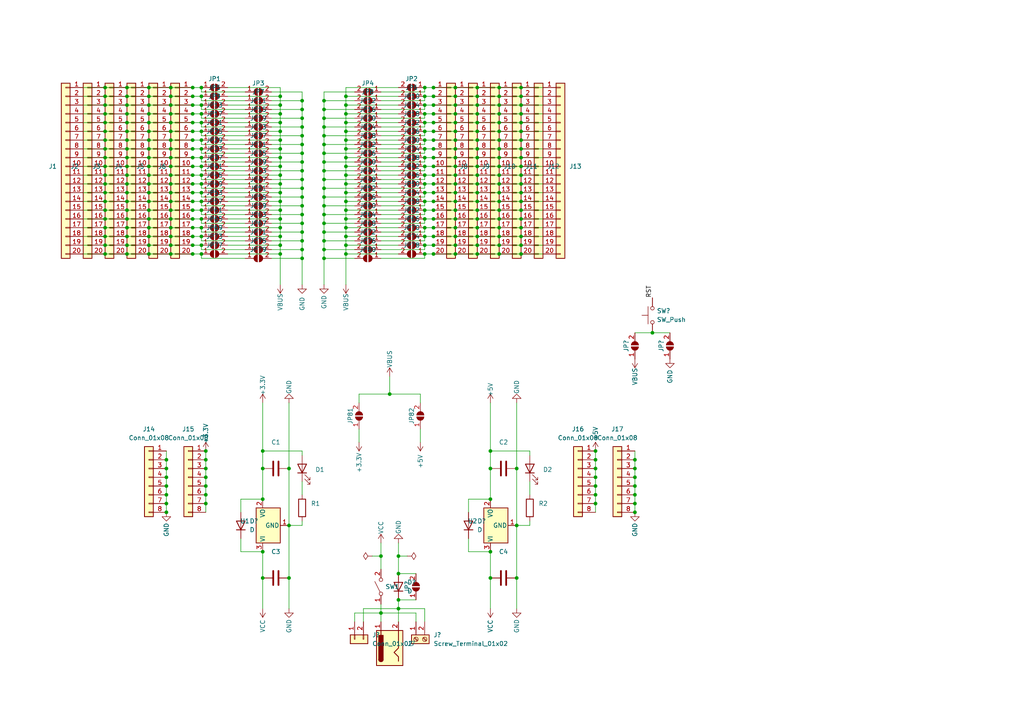
<source format=kicad_sch>
(kicad_sch (version 20211123) (generator eeschema)
  (paper "A4")
  (lib_symbols
    (symbol "Connector:Barrel_Jack" (pin_names (offset 1.016))
      (property "Reference" "J" (at 0 5.334 0))
      (property "Value" "Barrel_Jack" (at 0 -5.08 0))
      (symbol "Barrel_Jack_1_1"
        (pin passive line (at 7.62 2.54 180) (length 2.54) (name "~") (number "1"))
        (pin passive line (at 7.62 -2.54 180) (length 2.54) (name "~") (number "2"))
      )
    )
    (symbol "Connector:Screw_Terminal_01x02" (pin_names (offset 1.016) hide)
      (property "Reference" "J" (at 0 2.54 0))
      (property "Value" "Screw_Terminal_01x02" (at 0 -5.08 0))
      (symbol "Screw_Terminal_01x02_1_1"
        (pin passive line (at -5.08 0 0) (length 3.81) (name "Pin_1") (number "1"))
        (pin passive line (at -5.08 -2.54 0) (length 3.81) (name "Pin_2") (number "2"))
      )
    )
    (symbol "Connector_Generic:Conn_01x02" (pin_names (offset 1.016) hide)
      (property "Reference" "J" (at 0 2.54 0))
      (property "Value" "Conn_01x02" (at 0 -5.08 0))
      (symbol "Conn_01x02_1_1"
        (pin passive line (at -5.08 0 0) (length 3.81) (name "Pin_1") (number "1"))
        (pin passive line (at -5.08 -2.54 0) (length 3.81) (name "Pin_2") (number "2"))
      )
    )
    (symbol "Connector_Generic:Conn_01x08" (pin_names (offset 1.016) hide)
      (property "Reference" "J" (at 0 10.16 0))
      (property "Value" "Conn_01x08" (at 0 -12.7 0))
      (symbol "Conn_01x08_1_1"
        (pin passive line (at -5.08 7.62 0) (length 3.81) (name "Pin_1") (number "1"))
        (pin passive line (at -5.08 5.08 0) (length 3.81) (name "Pin_2") (number "2"))
        (pin passive line (at -5.08 2.54 0) (length 3.81) (name "Pin_3") (number "3"))
        (pin passive line (at -5.08 0 0) (length 3.81) (name "Pin_4") (number "4"))
        (pin passive line (at -5.08 -2.54 0) (length 3.81) (name "Pin_5") (number "5"))
        (pin passive line (at -5.08 -5.08 0) (length 3.81) (name "Pin_6") (number "6"))
        (pin passive line (at -5.08 -7.62 0) (length 3.81) (name "Pin_7") (number "7"))
        (pin passive line (at -5.08 -10.16 0) (length 3.81) (name "Pin_8") (number "8"))
      )
    )
    (symbol "Connector_Generic:Conn_01x20" (pin_names (offset 1.016) hide)
      (property "Reference" "J" (at 0 25.4 0))
      (property "Value" "Conn_01x20" (at 0 -27.94 0))
      (symbol "Conn_01x20_1_1"
        (pin passive line (at -5.08 22.86 0) (length 3.81) (name "Pin_1") (number "1"))
        (pin passive line (at -5.08 0 0) (length 3.81) (name "Pin_10") (number "10"))
        (pin passive line (at -5.08 -2.54 0) (length 3.81) (name "Pin_11") (number "11"))
        (pin passive line (at -5.08 -5.08 0) (length 3.81) (name "Pin_12") (number "12"))
        (pin passive line (at -5.08 -7.62 0) (length 3.81) (name "Pin_13") (number "13"))
        (pin passive line (at -5.08 -10.16 0) (length 3.81) (name "Pin_14") (number "14"))
        (pin passive line (at -5.08 -12.7 0) (length 3.81) (name "Pin_15") (number "15"))
        (pin passive line (at -5.08 -15.24 0) (length 3.81) (name "Pin_16") (number "16"))
        (pin passive line (at -5.08 -17.78 0) (length 3.81) (name "Pin_17") (number "17"))
        (pin passive line (at -5.08 -20.32 0) (length 3.81) (name "Pin_18") (number "18"))
        (pin passive line (at -5.08 -22.86 0) (length 3.81) (name "Pin_19") (number "19"))
        (pin passive line (at -5.08 20.32 0) (length 3.81) (name "Pin_2") (number "2"))
        (pin passive line (at -5.08 -25.4 0) (length 3.81) (name "Pin_20") (number "20"))
        (pin passive line (at -5.08 17.78 0) (length 3.81) (name "Pin_3") (number "3"))
        (pin passive line (at -5.08 15.24 0) (length 3.81) (name "Pin_4") (number "4"))
        (pin passive line (at -5.08 12.7 0) (length 3.81) (name "Pin_5") (number "5"))
        (pin passive line (at -5.08 10.16 0) (length 3.81) (name "Pin_6") (number "6"))
        (pin passive line (at -5.08 7.62 0) (length 3.81) (name "Pin_7") (number "7"))
        (pin passive line (at -5.08 5.08 0) (length 3.81) (name "Pin_8") (number "8"))
        (pin passive line (at -5.08 2.54 0) (length 3.81) (name "Pin_9") (number "9"))
      )
    )
    (symbol "Device:C" (pin_numbers hide) (pin_names (offset 0.254))
      (property "Reference" "C" (at 0.635 2.54 0))
      (property "Value" "C" (at 0.635 -2.54 0))
      (symbol "C_1_1"
        (pin passive line (at 0 3.81 270) (length 2.794) (name "~") (number "1"))
        (pin passive line (at 0 -3.81 90) (length 2.794) (name "~") (number "2"))
      )
    )
    (symbol "Device:D" (pin_numbers hide) (pin_names (offset 1.016) hide)
      (property "Reference" "D" (at 0 2.54 0))
      (property "Value" "D" (at 0 -2.54 0))
      (symbol "D_1_1"
        (pin passive line (at -3.81 0 0) (length 2.54) (name "K") (number "1"))
        (pin passive line (at 3.81 0 180) (length 2.54) (name "A") (number "2"))
      )
    )
    (symbol "Device:LED" (pin_numbers hide) (pin_names (offset 1.016) hide)
      (property "Reference" "D" (at 0 2.54 0))
      (property "Value" "LED" (at 0 -2.54 0))
      (symbol "LED_1_1"
        (pin passive line (at -3.81 0 0) (length 2.54) (name "K") (number "1"))
        (pin passive line (at 3.81 0 180) (length 2.54) (name "A") (number "2"))
      )
    )
    (symbol "Device:R" (pin_numbers hide) (pin_names (offset 0))
      (property "Reference" "R" (at 2.032 0 90))
      (property "Value" "R" (at 0 0 90))
      (symbol "R_1_1"
        (pin passive line (at 0 3.81 270) (length 1.27) (name "~") (number "1"))
        (pin passive line (at 0 -3.81 90) (length 1.27) (name "~") (number "2"))
      )
    )
    (symbol "Jumper:SolderJumper_2_Open" (pin_names (offset 0) hide)
      (property "Reference" "JP" (at 0 2.032 0))
      (property "Value" "SolderJumper_2_Open" (at 0 -2.54 0))
      (symbol "SolderJumper_2_Open_1_1"
        (pin passive line (at -3.81 0 0) (length 2.54) (name "A") (number "1"))
        (pin passive line (at 3.81 0 180) (length 2.54) (name "B") (number "2"))
      )
    )
    (symbol "Regulator_Linear:AMS1117-3.3" (pin_names (offset 0.254))
      (property "Reference" "U" (at -3.81 3.175 0))
      (property "Value" "AMS1117-3.3" (at 0 3.175 0))
      (symbol "AMS1117-3.3_1_1"
        (pin power_in line (at 0 -7.62 90) (length 2.54) (name "GND") (number "1"))
        (pin power_out line (at 7.62 0 180) (length 2.54) (name "VO") (number "2"))
        (pin power_in line (at -7.62 0 0) (length 2.54) (name "VI") (number "3"))
      )
    )
    (symbol "Regulator_Linear:AMS1117-5.0" (pin_names (offset 0.254))
      (property "Reference" "U" (at -3.81 3.175 0))
      (property "Value" "AMS1117-5.0" (at 0 3.175 0))
      (symbol "AMS1117-5.0_1_1"
        (pin power_in line (at 0 -7.62 90) (length 2.54) (name "GND") (number "1"))
        (pin power_out line (at 7.62 0 180) (length 2.54) (name "VO") (number "2"))
        (pin power_in line (at -7.62 0 0) (length 2.54) (name "VI") (number "3"))
      )
    )
    (symbol "Switch:SW_Push" (pin_numbers hide) (pin_names (offset 1.016) hide)
      (property "Reference" "SW" (at 1.27 2.54 0))
      (property "Value" "SW_Push" (at 0 -1.524 0))
      (symbol "SW_Push_0_1"
        (pin passive line (at -5.08 0 0) (length 2.54) (name "1") (number "1"))
        (pin passive line (at 5.08 0 180) (length 2.54) (name "2") (number "2"))
      )
    )
    (symbol "Switch:SW_SPST" (pin_names (offset 0) hide)
      (property "Reference" "SW" (at 0 3.175 0))
      (property "Value" "SW_SPST" (at 0 -2.54 0))
      (symbol "SW_SPST_1_1"
        (pin passive line (at -5.08 0 0) (length 2.54) (name "A") (number "1"))
        (pin passive line (at 5.08 0 180) (length 2.54) (name "B") (number "2"))
      )
    )
    (symbol "power:+3.3V" (power) (pin_names (offset 0))
      (property "Value" "+3.3V" (at 0 3.556 0))
      (symbol "+3.3V_1_1"
        (pin power_in line (at 0 0 90) (length 0) hide (name "+3.3V") (number "1"))
      )
    )
    (symbol "power:+5V" (power) (pin_names (offset 0))
      (property "Value" "+5V" (at 0 3.556 0))
      (symbol "+5V_1_1"
        (pin power_in line (at 0 0 90) (length 0) hide (name "+5V") (number "1"))
      )
    )
    (symbol "power:GND" (power) (pin_names (offset 0))
      (property "Value" "GND" (at 0 -3.81 0))
      (symbol "GND_1_1"
        (pin power_in line (at 0 0 270) (length 0) hide (name "GND") (number "1"))
      )
    )
    (symbol "power:PWR_FLAG" (power) (pin_numbers hide) (pin_names (offset 0) hide)
      (property "Value" "PWR_FLAG" (at 0 3.81 0))
      (symbol "PWR_FLAG_0_0"
        (pin power_out line (at 0 0 90) (length 0) (name "pwr") (number "1"))
      )
    )
    (symbol "power:VBUS" (power) (pin_names (offset 0))
      (property "Value" "VBUS" (at 0 3.81 0))
      (symbol "VBUS_1_1"
        (pin power_in line (at 0 0 90) (length 0) hide (name "VBUS") (number "1"))
      )
    )
    (symbol "power:VCC" (power) (pin_names (offset 0))
      (property "Value" "VCC" (at 0 3.81 0))
      (symbol "VCC_1_1"
        (pin power_in line (at 0 0 90) (length 0) hide (name "VCC") (number "1"))
      )
    )
  )
  (junction (at 36.83 68.58))
  (junction (at 172.72 135.89))
  (junction (at 81.28 63.5))
  (junction (at 43.18 68.58))
  (junction (at 48.26 146.05))
  (junction (at 132.08 68.58))
  (junction (at 144.78 71.12))
  (junction (at 125.73 25.4))
  (junction (at 125.73 73.66))
  (junction (at 93.98 74.93))
  (junction (at 144.78 38.1))
  (junction (at 81.28 68.58))
  (junction (at 132.08 63.5))
  (junction (at 100.33 71.12))
  (junction (at 76.2 167.64))
  (junction (at 55.88 35.56))
  (junction (at 151.13 58.42))
  (junction (at 49.53 40.64))
  (junction (at 59.69 135.89))
  (junction (at 100.33 63.5))
  (junction (at 184.15 148.59))
  (junction (at 144.78 55.88))
  (junction (at 93.98 57.15))
  (junction (at 58.42 68.58))
  (junction (at 55.88 60.96))
  (junction (at 123.19 66.04))
  (junction (at 123.19 27.94))
  (junction (at 43.18 48.26))
  (junction (at 138.43 38.1))
  (junction (at 144.78 27.94))
  (junction (at 36.83 38.1))
  (junction (at 49.53 55.88))
  (junction (at 81.28 27.94))
  (junction (at 151.13 45.72))
  (junction (at 43.18 45.72))
  (junction (at 87.63 41.91))
  (junction (at 43.18 58.42))
  (junction (at 43.18 25.4))
  (junction (at 151.13 30.48))
  (junction (at 30.48 27.94))
  (junction (at 48.26 135.89))
  (junction (at 55.88 45.72))
  (junction (at 81.28 73.66))
  (junction (at 93.98 64.77))
  (junction (at 81.28 71.12))
  (junction (at 151.13 55.88))
  (junction (at 49.53 50.8))
  (junction (at 36.83 55.88))
  (junction (at 123.19 33.02))
  (junction (at 93.98 44.45))
  (junction (at 144.78 50.8))
  (junction (at 36.83 50.8))
  (junction (at 59.69 140.97))
  (junction (at 30.48 55.88))
  (junction (at 58.42 58.42))
  (junction (at 48.26 148.59))
  (junction (at 36.83 43.18))
  (junction (at 142.24 130.81))
  (junction (at 36.83 60.96))
  (junction (at 100.33 27.94))
  (junction (at 76.2 130.81))
  (junction (at 81.28 45.72))
  (junction (at 132.08 43.18))
  (junction (at 172.72 138.43))
  (junction (at 30.48 43.18))
  (junction (at 144.78 25.4))
  (junction (at 58.42 30.48))
  (junction (at 58.42 25.4))
  (junction (at 87.63 57.15))
  (junction (at 83.82 152.4))
  (junction (at 151.13 71.12))
  (junction (at 138.43 68.58))
  (junction (at 144.78 58.42))
  (junction (at 132.08 55.88))
  (junction (at 36.83 58.42))
  (junction (at 58.42 66.04))
  (junction (at 59.69 130.81))
  (junction (at 138.43 60.96))
  (junction (at 100.33 45.72))
  (junction (at 138.43 27.94))
  (junction (at 151.13 50.8))
  (junction (at 81.28 55.88))
  (junction (at 144.78 30.48))
  (junction (at 55.88 43.18))
  (junction (at 132.08 53.34))
  (junction (at 48.26 138.43))
  (junction (at 144.78 40.64))
  (junction (at 132.08 48.26))
  (junction (at 123.19 71.12))
  (junction (at 36.83 33.02))
  (junction (at 58.42 45.72))
  (junction (at 123.19 50.8))
  (junction (at 144.78 53.34))
  (junction (at 81.28 38.1))
  (junction (at 36.83 71.12))
  (junction (at 36.83 27.94))
  (junction (at 93.98 41.91))
  (junction (at 76.2 144.78))
  (junction (at 142.24 160.02))
  (junction (at 43.18 43.18))
  (junction (at 30.48 45.72))
  (junction (at 59.69 138.43))
  (junction (at 144.78 45.72))
  (junction (at 49.53 73.66))
  (junction (at 30.48 71.12))
  (junction (at 123.19 38.1))
  (junction (at 125.73 30.48))
  (junction (at 81.28 50.8))
  (junction (at 49.53 43.18))
  (junction (at 36.83 73.66))
  (junction (at 55.88 40.64))
  (junction (at 55.88 30.48))
  (junction (at 151.13 25.4))
  (junction (at 100.33 53.34))
  (junction (at 49.53 35.56))
  (junction (at 36.83 63.5))
  (junction (at 49.53 58.42))
  (junction (at 36.83 48.26))
  (junction (at 125.73 60.96))
  (junction (at 138.43 35.56))
  (junction (at 125.73 50.8))
  (junction (at 93.98 29.21))
  (junction (at 55.88 48.26))
  (junction (at 87.63 49.53))
  (junction (at 55.88 68.58))
  (junction (at 125.73 38.1))
  (junction (at 93.98 36.83))
  (junction (at 144.78 43.18))
  (junction (at 30.48 35.56))
  (junction (at 144.78 66.04))
  (junction (at 49.53 45.72))
  (junction (at 132.08 45.72))
  (junction (at 49.53 25.4))
  (junction (at 125.73 71.12))
  (junction (at 142.24 135.89))
  (junction (at 100.33 38.1))
  (junction (at 87.63 39.37))
  (junction (at 93.98 54.61))
  (junction (at 123.19 25.4))
  (junction (at 132.08 58.42))
  (junction (at 115.57 173.99))
  (junction (at 151.13 38.1))
  (junction (at 138.43 50.8))
  (junction (at 81.28 43.18))
  (junction (at 138.43 55.88))
  (junction (at 36.83 30.48))
  (junction (at 125.73 58.42))
  (junction (at 58.42 63.5))
  (junction (at 43.18 35.56))
  (junction (at 132.08 25.4))
  (junction (at 30.48 38.1))
  (junction (at 43.18 33.02))
  (junction (at 43.18 73.66))
  (junction (at 125.73 55.88))
  (junction (at 81.28 33.02))
  (junction (at 58.42 38.1))
  (junction (at 48.26 143.51))
  (junction (at 81.28 48.26))
  (junction (at 43.18 40.64))
  (junction (at 36.83 40.64))
  (junction (at 83.82 135.89))
  (junction (at 138.43 30.48))
  (junction (at 49.53 38.1))
  (junction (at 49.53 33.02))
  (junction (at 184.15 146.05))
  (junction (at 132.08 30.48))
  (junction (at 93.98 34.29))
  (junction (at 30.48 66.04))
  (junction (at 58.42 53.34))
  (junction (at 172.72 143.51))
  (junction (at 43.18 66.04))
  (junction (at 132.08 66.04))
  (junction (at 144.78 73.66))
  (junction (at 151.13 40.64))
  (junction (at 87.63 62.23))
  (junction (at 81.28 66.04))
  (junction (at 48.26 140.97))
  (junction (at 55.88 55.88))
  (junction (at 125.73 27.94))
  (junction (at 151.13 53.34))
  (junction (at 87.63 31.75))
  (junction (at 58.42 35.56))
  (junction (at 81.28 30.48))
  (junction (at 36.83 45.72))
  (junction (at 43.18 55.88))
  (junction (at 100.33 58.42))
  (junction (at 125.73 33.02))
  (junction (at 125.73 40.64))
  (junction (at 87.63 29.21))
  (junction (at 87.63 74.93))
  (junction (at 100.33 40.64))
  (junction (at 125.73 66.04))
  (junction (at 138.43 33.02))
  (junction (at 138.43 58.42))
  (junction (at 87.63 52.07))
  (junction (at 55.88 63.5))
  (junction (at 132.08 40.64))
  (junction (at 151.13 33.02))
  (junction (at 149.86 152.4))
  (junction (at 100.33 66.04))
  (junction (at 138.43 45.72))
  (junction (at 125.73 53.34))
  (junction (at 93.98 62.23))
  (junction (at 30.48 40.64))
  (junction (at 36.83 35.56))
  (junction (at 138.43 66.04))
  (junction (at 100.33 33.02))
  (junction (at 151.13 66.04))
  (junction (at 43.18 63.5))
  (junction (at 58.42 50.8))
  (junction (at 125.73 35.56))
  (junction (at 100.33 73.66))
  (junction (at 144.78 63.5))
  (junction (at 184.15 138.43))
  (junction (at 138.43 63.5))
  (junction (at 125.73 45.72))
  (junction (at 87.63 72.39))
  (junction (at 58.42 73.66))
  (junction (at 149.86 135.89))
  (junction (at 123.19 30.48))
  (junction (at 87.63 54.61))
  (junction (at 76.2 160.02))
  (junction (at 30.48 53.34))
  (junction (at 144.78 68.58))
  (junction (at 138.43 48.26))
  (junction (at 144.78 35.56))
  (junction (at 123.19 55.88))
  (junction (at 30.48 68.58))
  (junction (at 184.15 133.35))
  (junction (at 93.98 59.69))
  (junction (at 138.43 43.18))
  (junction (at 100.33 50.8))
  (junction (at 144.78 48.26))
  (junction (at 36.83 25.4))
  (junction (at 151.13 35.56))
  (junction (at 30.48 60.96))
  (junction (at 144.78 60.96))
  (junction (at 58.42 55.88))
  (junction (at 87.63 34.29))
  (junction (at 36.83 66.04))
  (junction (at 123.19 73.66))
  (junction (at 59.69 146.05))
  (junction (at 48.26 133.35))
  (junction (at 55.88 71.12))
  (junction (at 123.19 35.56))
  (junction (at 93.98 69.85))
  (junction (at 184.15 143.51))
  (junction (at 172.72 146.05))
  (junction (at 49.53 63.5))
  (junction (at 49.53 68.58))
  (junction (at 142.24 167.64))
  (junction (at 132.08 73.66))
  (junction (at 87.63 46.99))
  (junction (at 184.15 135.89))
  (junction (at 43.18 38.1))
  (junction (at 30.48 30.48))
  (junction (at 151.13 68.58))
  (junction (at 49.53 60.96))
  (junction (at 123.19 40.64))
  (junction (at 132.08 71.12))
  (junction (at 93.98 31.75))
  (junction (at 151.13 48.26))
  (junction (at 149.86 167.64))
  (junction (at 49.53 71.12))
  (junction (at 93.98 52.07))
  (junction (at 151.13 73.66))
  (junction (at 59.69 143.51))
  (junction (at 100.33 35.56))
  (junction (at 55.88 33.02))
  (junction (at 30.48 58.42))
  (junction (at 76.2 135.89))
  (junction (at 49.53 30.48))
  (junction (at 138.43 25.4))
  (junction (at 132.08 35.56))
  (junction (at 55.88 53.34))
  (junction (at 144.78 33.02))
  (junction (at 110.49 161.29))
  (junction (at 184.15 140.97))
  (junction (at 87.63 36.83))
  (junction (at 43.18 30.48))
  (junction (at 49.53 48.26))
  (junction (at 123.19 45.72))
  (junction (at 100.33 60.96))
  (junction (at 115.57 161.29))
  (junction (at 43.18 50.8))
  (junction (at 123.19 53.34))
  (junction (at 55.88 27.94))
  (junction (at 151.13 63.5))
  (junction (at 55.88 50.8))
  (junction (at 132.08 38.1))
  (junction (at 151.13 27.94))
  (junction (at 81.28 40.64))
  (junction (at 172.72 133.35))
  (junction (at 58.42 71.12))
  (junction (at 172.72 130.81))
  (junction (at 87.63 59.69))
  (junction (at 87.63 69.85))
  (junction (at 123.19 48.26))
  (junction (at 151.13 60.96))
  (junction (at 58.42 43.18))
  (junction (at 81.28 58.42))
  (junction (at 100.33 68.58))
  (junction (at 83.82 167.64))
  (junction (at 93.98 72.39))
  (junction (at 55.88 25.4))
  (junction (at 59.69 133.35))
  (junction (at 132.08 33.02))
  (junction (at 49.53 66.04))
  (junction (at 30.48 63.5))
  (junction (at 55.88 66.04))
  (junction (at 189.23 96.52))
  (junction (at 142.24 144.78))
  (junction (at 30.48 33.02))
  (junction (at 81.28 53.34))
  (junction (at 125.73 63.5))
  (junction (at 123.19 60.96))
  (junction (at 138.43 53.34))
  (junction (at 115.57 176.53))
  (junction (at 115.57 166.37))
  (junction (at 58.42 40.64))
  (junction (at 43.18 53.34))
  (junction (at 113.03 114.3))
  (junction (at 100.33 48.26))
  (junction (at 100.33 55.88))
  (junction (at 138.43 40.64))
  (junction (at 132.08 60.96))
  (junction (at 49.53 53.34))
  (junction (at 123.19 58.42))
  (junction (at 30.48 50.8))
  (junction (at 43.18 60.96))
  (junction (at 55.88 58.42))
  (junction (at 151.13 43.18))
  (junction (at 132.08 50.8))
  (junction (at 138.43 71.12))
  (junction (at 43.18 71.12))
  (junction (at 87.63 67.31))
  (junction (at 87.63 64.77))
  (junction (at 110.49 177.8))
  (junction (at 93.98 67.31))
  (junction (at 125.73 48.26))
  (junction (at 87.63 44.45))
  (junction (at 93.98 46.99))
  (junction (at 30.48 48.26))
  (junction (at 93.98 39.37))
  (junction (at 30.48 25.4))
  (junction (at 172.72 140.97))
  (junction (at 58.42 60.96))
  (junction (at 49.53 27.94))
  (junction (at 58.42 48.26))
  (junction (at 125.73 43.18))
  (junction (at 55.88 73.66))
  (junction (at 58.42 33.02))
  (junction (at 43.18 27.94))
  (junction (at 100.33 43.18))
  (junction (at 123.19 68.58))
  (junction (at 81.28 35.56))
  (junction (at 138.43 73.66))
  (junction (at 125.73 68.58))
  (junction (at 93.98 49.53))
  (junction (at 123.19 43.18))
  (junction (at 81.28 60.96))
  (junction (at 100.33 30.48))
  (junction (at 123.19 63.5))
  (junction (at 132.08 27.94))
  (junction (at 58.42 27.94))
  (junction (at 36.83 53.34))
  (junction (at 55.88 38.1))
  (junction (at 30.48 73.66))
  (wire (pts (xy 36.83 33.02) (xy 30.48 33.02)))
  (wire (pts (xy 138.43 38.1) (xy 144.78 38.1)))
  (wire (pts (xy 55.88 38.1) (xy 49.53 38.1)))
  (wire (pts (xy 184.15 138.43) (xy 184.15 140.97)))
  (wire (pts (xy 81.28 30.48) (xy 81.28 33.02)))
  (wire (pts (xy 123.19 68.58) (xy 125.73 68.58)))
  (wire (pts (xy 78.74 72.39) (xy 87.63 72.39)))
  (wire (pts (xy 66.04 60.96) (xy 81.28 60.96)))
  (wire (pts (xy 121.92 114.3) (xy 121.92 116.84)))
  (wire (pts (xy 58.42 66.04) (xy 58.42 67.31)))
  (wire (pts (xy 55.88 60.96) (xy 49.53 60.96)))
  (wire (pts (xy 58.42 72.39) (xy 71.12 72.39)))
  (wire (pts (xy 48.26 135.89) (xy 48.26 138.43)))
  (wire (pts (xy 48.26 146.05) (xy 48.26 148.59)))
  (wire (pts (xy 76.2 116.84) (xy 76.2 130.81)))
  (wire (pts (xy 157.48 55.88) (xy 151.13 55.88)))
  (wire (pts (xy 58.42 45.72) (xy 58.42 46.99)))
  (wire (pts (xy 78.74 44.45) (xy 87.63 44.45)))
  (wire (pts (xy 115.57 73.66) (xy 100.33 73.66)))
  (wire (pts (xy 55.88 27.94) (xy 49.53 27.94)))
  (wire (pts (xy 93.98 41.91) (xy 93.98 44.45)))
  (wire (pts (xy 87.63 46.99) (xy 87.63 49.53)))
  (wire (pts (xy 110.49 161.29) (xy 110.49 165.1)))
  (wire (pts (xy 144.78 71.12) (xy 151.13 71.12)))
  (wire (pts (xy 55.88 55.88) (xy 58.42 55.88)))
  (wire (pts (xy 93.98 62.23) (xy 93.98 64.77)))
  (wire (pts (xy 135.89 144.78) (xy 135.89 148.59)))
  (wire (pts (xy 102.87 67.31) (xy 93.98 67.31)))
  (wire (pts (xy 76.2 144.78) (xy 69.85 144.78)))
  (wire (pts (xy 43.18 27.94) (xy 36.83 27.94)))
  (wire (pts (xy 132.08 50.8) (xy 138.43 50.8)))
  (wire (pts (xy 66.04 30.48) (xy 81.28 30.48)))
  (wire (pts (xy 138.43 45.72) (xy 144.78 45.72)))
  (wire (pts (xy 125.73 27.94) (xy 132.08 27.94)))
  (wire (pts (xy 100.33 27.94) (xy 100.33 30.48)))
  (wire (pts (xy 58.42 31.75) (xy 71.12 31.75)))
  (wire (pts (xy 123.19 27.94) (xy 123.19 29.21)))
  (wire (pts (xy 78.74 39.37) (xy 87.63 39.37)))
  (wire (pts (xy 125.73 73.66) (xy 132.08 73.66)))
  (wire (pts (xy 157.48 30.48) (xy 151.13 30.48)))
  (wire (pts (xy 66.04 55.88) (xy 81.28 55.88)))
  (wire (pts (xy 123.19 49.53) (xy 110.49 49.53)))
  (wire (pts (xy 142.24 167.64) (xy 142.24 176.53)))
  (wire (pts (xy 102.87 29.21) (xy 93.98 29.21)))
  (wire (pts (xy 123.19 59.69) (xy 110.49 59.69)))
  (wire (pts (xy 102.87 177.8) (xy 110.49 177.8)))
  (wire (pts (xy 78.74 31.75) (xy 87.63 31.75)))
  (wire (pts (xy 36.83 66.04) (xy 30.48 66.04)))
  (wire (pts (xy 55.88 48.26) (xy 58.42 48.26)))
  (wire (pts (xy 81.28 50.8) (xy 81.28 53.34)))
  (wire (pts (xy 81.28 71.12) (xy 81.28 73.66)))
  (wire (pts (xy 58.42 69.85) (xy 71.12 69.85)))
  (wire (pts (xy 58.42 68.58) (xy 58.42 69.85)))
  (wire (pts (xy 100.33 30.48) (xy 100.33 33.02)))
  (wire (pts (xy 55.88 45.72) (xy 49.53 45.72)))
  (wire (pts (xy 123.19 45.72) (xy 125.73 45.72)))
  (wire (pts (xy 49.53 33.02) (xy 43.18 33.02)))
  (wire (pts (xy 125.73 68.58) (xy 132.08 68.58)))
  (wire (pts (xy 157.48 66.04) (xy 151.13 66.04)))
  (wire (pts (xy 81.28 68.58) (xy 81.28 71.12)))
  (wire (pts (xy 24.13 53.34) (xy 30.48 53.34)))
  (wire (pts (xy 24.13 68.58) (xy 30.48 68.58)))
  (wire (pts (xy 121.92 124.46) (xy 121.92 128.27)))
  (wire (pts (xy 138.43 60.96) (xy 144.78 60.96)))
  (wire (pts (xy 123.19 26.67) (xy 110.49 26.67)))
  (wire (pts (xy 100.33 33.02) (xy 100.33 35.56)))
  (wire (pts (xy 144.78 55.88) (xy 151.13 55.88)))
  (wire (pts (xy 132.08 40.64) (xy 138.43 40.64)))
  (wire (pts (xy 102.87 46.99) (xy 93.98 46.99)))
  (wire (pts (xy 87.63 74.93) (xy 87.63 82.55)))
  (wire (pts (xy 100.33 60.96) (xy 100.33 63.5)))
  (wire (pts (xy 58.42 29.21) (xy 71.12 29.21)))
  (wire (pts (xy 138.43 27.94) (xy 144.78 27.94)))
  (wire (pts (xy 43.18 63.5) (xy 36.83 63.5)))
  (wire (pts (xy 36.83 27.94) (xy 30.48 27.94)))
  (wire (pts (xy 58.42 64.77) (xy 71.12 64.77)))
  (wire (pts (xy 43.18 43.18) (xy 36.83 43.18)))
  (wire (pts (xy 58.42 59.69) (xy 71.12 59.69)))
  (wire (pts (xy 43.18 53.34) (xy 36.83 53.34)))
  (wire (pts (xy 49.53 25.4) (xy 43.18 25.4)))
  (wire (pts (xy 43.18 71.12) (xy 36.83 71.12)))
  (wire (pts (xy 125.73 25.4) (xy 132.08 25.4)))
  (wire (pts (xy 55.88 38.1) (xy 58.42 38.1)))
  (wire (pts (xy 55.88 40.64) (xy 49.53 40.64)))
  (wire (pts (xy 58.42 25.4) (xy 58.42 26.67)))
  (wire (pts (xy 144.78 27.94) (xy 151.13 27.94)))
  (wire (pts (xy 55.88 40.64) (xy 58.42 40.64)))
  (wire (pts (xy 36.83 71.12) (xy 30.48 71.12)))
  (wire (pts (xy 49.53 73.66) (xy 43.18 73.66)))
  (wire (pts (xy 24.13 71.12) (xy 30.48 71.12)))
  (wire (pts (xy 43.18 73.66) (xy 36.83 73.66)))
  (wire (pts (xy 102.87 44.45) (xy 93.98 44.45)))
  (wire (pts (xy 93.98 49.53) (xy 93.98 52.07)))
  (wire (pts (xy 24.13 30.48) (xy 30.48 30.48)))
  (wire (pts (xy 78.74 46.99) (xy 87.63 46.99)))
  (wire (pts (xy 87.63 49.53) (xy 87.63 52.07)))
  (wire (pts (xy 102.87 62.23) (xy 93.98 62.23)))
  (wire (pts (xy 81.28 33.02) (xy 81.28 35.56)))
  (wire (pts (xy 123.19 52.07) (xy 110.49 52.07)))
  (wire (pts (xy 153.67 152.4) (xy 153.67 151.13)))
  (wire (pts (xy 55.88 45.72) (xy 58.42 45.72)))
  (wire (pts (xy 123.19 25.4) (xy 125.73 25.4)))
  (wire (pts (xy 93.98 64.77) (xy 93.98 67.31)))
  (wire (pts (xy 87.63 72.39) (xy 87.63 74.93)))
  (wire (pts (xy 93.98 46.99) (xy 93.98 49.53)))
  (wire (pts (xy 102.87 41.91) (xy 93.98 41.91)))
  (wire (pts (xy 49.53 71.12) (xy 43.18 71.12)))
  (wire (pts (xy 123.19 73.66) (xy 123.19 74.93)))
  (wire (pts (xy 123.19 35.56) (xy 123.19 36.83)))
  (wire (pts (xy 110.49 157.48) (xy 110.49 161.29)))
  (wire (pts (xy 78.74 62.23) (xy 87.63 62.23)))
  (wire (pts (xy 78.74 57.15) (xy 87.63 57.15)))
  (wire (pts (xy 132.08 35.56) (xy 138.43 35.56)))
  (wire (pts (xy 59.69 140.97) (xy 59.69 143.51)))
  (wire (pts (xy 138.43 63.5) (xy 144.78 63.5)))
  (wire (pts (xy 43.18 45.72) (xy 36.83 45.72)))
  (wire (pts (xy 113.03 114.3) (xy 121.92 114.3)))
  (wire (pts (xy 132.08 66.04) (xy 138.43 66.04)))
  (wire (pts (xy 138.43 25.4) (xy 144.78 25.4)))
  (wire (pts (xy 138.43 35.56) (xy 144.78 35.56)))
  (wire (pts (xy 149.86 152.4) (xy 153.67 152.4)))
  (wire (pts (xy 24.13 50.8) (xy 30.48 50.8)))
  (wire (pts (xy 43.18 35.56) (xy 36.83 35.56)))
  (wire (pts (xy 83.82 152.4) (xy 87.63 152.4)))
  (wire (pts (xy 55.88 53.34) (xy 49.53 53.34)))
  (wire (pts (xy 58.42 62.23) (xy 71.12 62.23)))
  (wire (pts (xy 123.19 58.42) (xy 125.73 58.42)))
  (wire (pts (xy 55.88 33.02) (xy 58.42 33.02)))
  (wire (pts (xy 55.88 55.88) (xy 49.53 55.88)))
  (wire (pts (xy 55.88 71.12) (xy 58.42 71.12)))
  (wire (pts (xy 138.43 55.88) (xy 144.78 55.88)))
  (wire (pts (xy 184.15 140.97) (xy 184.15 143.51)))
  (wire (pts (xy 138.43 43.18) (xy 144.78 43.18)))
  (wire (pts (xy 125.73 60.96) (xy 132.08 60.96)))
  (wire (pts (xy 102.87 49.53) (xy 93.98 49.53)))
  (wire (pts (xy 55.88 43.18) (xy 58.42 43.18)))
  (wire (pts (xy 58.42 33.02) (xy 58.42 34.29)))
  (wire (pts (xy 48.26 140.97) (xy 48.26 143.51)))
  (wire (pts (xy 102.87 52.07) (xy 93.98 52.07)))
  (wire (pts (xy 24.13 55.88) (xy 30.48 55.88)))
  (wire (pts (xy 184.15 133.35) (xy 184.15 135.89)))
  (wire (pts (xy 100.33 63.5) (xy 100.33 66.04)))
  (wire (pts (xy 115.57 25.4) (xy 100.33 25.4)))
  (wire (pts (xy 132.08 71.12) (xy 138.43 71.12)))
  (wire (pts (xy 157.48 58.42) (xy 151.13 58.42)))
  (wire (pts (xy 24.13 38.1) (xy 30.48 38.1)))
  (wire (pts (xy 100.33 50.8) (xy 100.33 53.34)))
  (wire (pts (xy 58.42 38.1) (xy 58.42 39.37)))
  (wire (pts (xy 59.69 133.35) (xy 59.69 135.89)))
  (wire (pts (xy 24.13 43.18) (xy 30.48 43.18)))
  (wire (pts (xy 138.43 33.02) (xy 144.78 33.02)))
  (wire (pts (xy 132.08 73.66) (xy 138.43 73.66)))
  (wire (pts (xy 132.08 25.4) (xy 138.43 25.4)))
  (wire (pts (xy 138.43 71.12) (xy 144.78 71.12)))
  (wire (pts (xy 49.53 58.42) (xy 43.18 58.42)))
  (wire (pts (xy 81.28 25.4) (xy 81.28 27.94)))
  (wire (pts (xy 55.88 71.12) (xy 49.53 71.12)))
  (wire (pts (xy 123.19 44.45) (xy 110.49 44.45)))
  (wire (pts (xy 172.72 146.05) (xy 172.72 148.59)))
  (wire (pts (xy 123.19 64.77) (xy 110.49 64.77)))
  (wire (pts (xy 123.19 55.88) (xy 125.73 55.88)))
  (wire (pts (xy 125.73 35.56) (xy 132.08 35.56)))
  (wire (pts (xy 81.28 66.04) (xy 81.28 68.58)))
  (wire (pts (xy 58.42 55.88) (xy 58.42 57.15)))
  (wire (pts (xy 172.72 133.35) (xy 172.72 135.89)))
  (wire (pts (xy 100.33 40.64) (xy 100.33 43.18)))
  (wire (pts (xy 144.78 66.04) (xy 151.13 66.04)))
  (wire (pts (xy 132.08 33.02) (xy 138.43 33.02)))
  (wire (pts (xy 58.42 60.96) (xy 58.42 62.23)))
  (wire (pts (xy 93.98 54.61) (xy 93.98 57.15)))
  (wire (pts (xy 81.28 48.26) (xy 81.28 50.8)))
  (wire (pts (xy 43.18 33.02) (xy 36.83 33.02)))
  (wire (pts (xy 102.87 69.85) (xy 93.98 69.85)))
  (wire (pts (xy 87.63 36.83) (xy 87.63 39.37)))
  (wire (pts (xy 58.42 50.8) (xy 58.42 52.07)))
  (wire (pts (xy 48.26 133.35) (xy 48.26 135.89)))
  (wire (pts (xy 104.14 124.46) (xy 104.14 128.27)))
  (wire (pts (xy 69.85 160.02) (xy 76.2 160.02)))
  (wire (pts (xy 66.04 48.26) (xy 81.28 48.26)))
  (wire (pts (xy 58.42 54.61) (xy 71.12 54.61)))
  (wire (pts (xy 78.74 64.77) (xy 87.63 64.77)))
  (wire (pts (xy 93.98 29.21) (xy 93.98 31.75)))
  (wire (pts (xy 115.57 166.37) (xy 120.65 166.37)))
  (wire (pts (xy 87.63 26.67) (xy 87.63 29.21)))
  (wire (pts (xy 49.53 68.58) (xy 43.18 68.58)))
  (wire (pts (xy 43.18 58.42) (xy 36.83 58.42)))
  (wire (pts (xy 123.19 41.91) (xy 110.49 41.91)))
  (wire (pts (xy 157.48 50.8) (xy 151.13 50.8)))
  (wire (pts (xy 123.19 50.8) (xy 125.73 50.8)))
  (wire (pts (xy 123.19 34.29) (xy 110.49 34.29)))
  (wire (pts (xy 132.08 53.34) (xy 138.43 53.34)))
  (wire (pts (xy 81.28 27.94) (xy 81.28 30.48)))
  (wire (pts (xy 49.53 30.48) (xy 43.18 30.48)))
  (wire (pts (xy 93.98 44.45) (xy 93.98 46.99)))
  (wire (pts (xy 125.73 66.04) (xy 132.08 66.04)))
  (wire (pts (xy 123.19 50.8) (xy 123.19 52.07)))
  (wire (pts (xy 149.86 116.84) (xy 149.86 135.89)))
  (wire (pts (xy 66.04 58.42) (xy 81.28 58.42)))
  (wire (pts (xy 81.28 63.5) (xy 81.28 66.04)))
  (wire (pts (xy 100.33 55.88) (xy 100.33 58.42)))
  (wire (pts (xy 100.33 43.18) (xy 100.33 45.72)))
  (wire (pts (xy 55.88 68.58) (xy 58.42 68.58)))
  (wire (pts (xy 49.53 45.72) (xy 43.18 45.72)))
  (wire (pts (xy 49.53 60.96) (xy 43.18 60.96)))
  (wire (pts (xy 123.19 53.34) (xy 125.73 53.34)))
  (wire (pts (xy 144.78 73.66) (xy 151.13 73.66)))
  (wire (pts (xy 157.48 25.4) (xy 151.13 25.4)))
  (wire (pts (xy 58.42 27.94) (xy 58.42 29.21)))
  (wire (pts (xy 123.19 55.88) (xy 123.19 57.15)))
  (wire (pts (xy 78.74 69.85) (xy 87.63 69.85)))
  (wire (pts (xy 100.33 25.4) (xy 100.33 27.94)))
  (wire (pts (xy 55.88 43.18) (xy 49.53 43.18)))
  (wire (pts (xy 55.88 68.58) (xy 49.53 68.58)))
  (wire (pts (xy 115.57 35.56) (xy 100.33 35.56)))
  (wire (pts (xy 81.28 55.88) (xy 81.28 58.42)))
  (wire (pts (xy 69.85 144.78) (xy 69.85 148.59)))
  (wire (pts (xy 87.63 132.08) (xy 87.63 130.81)))
  (wire (pts (xy 115.57 63.5) (xy 100.33 63.5)))
  (wire (pts (xy 120.65 180.34) (xy 120.65 177.8)))
  (wire (pts (xy 138.43 73.66) (xy 144.78 73.66)))
  (wire (pts (xy 43.18 50.8) (xy 36.83 50.8)))
  (wire (pts (xy 58.42 48.26) (xy 58.42 49.53)))
  (wire (pts (xy 157.48 38.1) (xy 151.13 38.1)))
  (wire (pts (xy 123.19 40.64) (xy 123.19 41.91)))
  (wire (pts (xy 24.13 48.26) (xy 30.48 48.26)))
  (wire (pts (xy 157.48 45.72) (xy 151.13 45.72)))
  (wire (pts (xy 78.74 26.67) (xy 87.63 26.67)))
  (wire (pts (xy 115.57 30.48) (xy 100.33 30.48)))
  (wire (pts (xy 66.04 43.18) (xy 81.28 43.18)))
  (wire (pts (xy 123.19 180.34) (xy 123.19 176.53)))
  (wire (pts (xy 138.43 40.64) (xy 144.78 40.64)))
  (wire (pts (xy 125.73 53.34) (xy 132.08 53.34)))
  (wire (pts (xy 55.88 27.94) (xy 58.42 27.94)))
  (wire (pts (xy 87.63 31.75) (xy 87.63 34.29)))
  (wire (pts (xy 36.83 60.96) (xy 30.48 60.96)))
  (wire (pts (xy 123.19 40.64) (xy 125.73 40.64)))
  (wire (pts (xy 58.42 49.53) (xy 71.12 49.53)))
  (wire (pts (xy 115.57 161.29) (xy 115.57 166.37)))
  (wire (pts (xy 43.18 48.26) (xy 36.83 48.26)))
  (wire (pts (xy 172.72 130.81) (xy 172.72 133.35)))
  (wire (pts (xy 24.13 25.4) (xy 30.48 25.4)))
  (wire (pts (xy 115.57 38.1) (xy 100.33 38.1)))
  (wire (pts (xy 144.78 33.02) (xy 151.13 33.02)))
  (wire (pts (xy 93.98 36.83) (xy 93.98 39.37)))
  (wire (pts (xy 78.74 67.31) (xy 87.63 67.31)))
  (wire (pts (xy 123.19 30.48) (xy 125.73 30.48)))
  (wire (pts (xy 115.57 173.99) (xy 115.57 176.53)))
  (wire (pts (xy 49.53 53.34) (xy 43.18 53.34)))
  (wire (pts (xy 81.28 43.18) (xy 81.28 45.72)))
  (wire (pts (xy 36.83 40.64) (xy 30.48 40.64)))
  (wire (pts (xy 78.74 59.69) (xy 87.63 59.69)))
  (wire (pts (xy 55.88 35.56) (xy 58.42 35.56)))
  (wire (pts (xy 125.73 58.42) (xy 132.08 58.42)))
  (wire (pts (xy 100.33 45.72) (xy 100.33 48.26)))
  (wire (pts (xy 24.13 27.94) (xy 30.48 27.94)))
  (wire (pts (xy 132.08 63.5) (xy 138.43 63.5)))
  (wire (pts (xy 157.48 27.94) (xy 151.13 27.94)))
  (wire (pts (xy 184.15 130.81) (xy 184.15 133.35)))
  (wire (pts (xy 123.19 33.02) (xy 125.73 33.02)))
  (wire (pts (xy 36.83 43.18) (xy 30.48 43.18)))
  (wire (pts (xy 144.78 53.34) (xy 151.13 53.34)))
  (wire (pts (xy 66.04 25.4) (xy 81.28 25.4)))
  (wire (pts (xy 55.88 66.04) (xy 49.53 66.04)))
  (wire (pts (xy 58.42 71.12) (xy 58.42 72.39)))
  (wire (pts (xy 115.57 176.53) (xy 115.57 180.34)))
  (wire (pts (xy 138.43 66.04) (xy 144.78 66.04)))
  (wire (pts (xy 87.63 29.21) (xy 87.63 31.75)))
  (wire (pts (xy 102.87 54.61) (xy 93.98 54.61)))
  (wire (pts (xy 55.88 60.96) (xy 58.42 60.96)))
  (wire (pts (xy 123.19 33.02) (xy 123.19 34.29)))
  (wire (pts (xy 43.18 60.96) (xy 36.83 60.96)))
  (wire (pts (xy 142.24 135.89) (xy 142.24 144.78)))
  (wire (pts (xy 58.42 57.15) (xy 71.12 57.15)))
  (wire (pts (xy 43.18 40.64) (xy 36.83 40.64)))
  (wire (pts (xy 138.43 68.58) (xy 144.78 68.58)))
  (wire (pts (xy 58.42 30.48) (xy 58.42 31.75)))
  (wire (pts (xy 43.18 55.88) (xy 36.83 55.88)))
  (wire (pts (xy 100.33 73.66) (xy 100.33 82.55)))
  (wire (pts (xy 58.42 39.37) (xy 71.12 39.37)))
  (wire (pts (xy 123.19 45.72) (xy 123.19 46.99)))
  (wire (pts (xy 69.85 156.21) (xy 69.85 160.02)))
  (wire (pts (xy 102.87 57.15) (xy 93.98 57.15)))
  (wire (pts (xy 76.2 167.64) (xy 76.2 176.53)))
  (wire (pts (xy 49.53 35.56) (xy 43.18 35.56)))
  (wire (pts (xy 157.48 71.12) (xy 151.13 71.12)))
  (wire (pts (xy 87.63 54.61) (xy 87.63 57.15)))
  (wire (pts (xy 102.87 34.29) (xy 93.98 34.29)))
  (wire (pts (xy 58.42 40.64) (xy 58.42 41.91)))
  (wire (pts (xy 93.98 52.07) (xy 93.98 54.61)))
  (wire (pts (xy 113.03 109.22) (xy 113.03 114.3)))
  (wire (pts (xy 48.26 138.43) (xy 48.26 140.97)))
  (wire (pts (xy 115.57 55.88) (xy 100.33 55.88)))
  (wire (pts (xy 36.83 48.26) (xy 30.48 48.26)))
  (wire (pts (xy 157.48 35.56) (xy 151.13 35.56)))
  (wire (pts (xy 125.73 48.26) (xy 132.08 48.26)))
  (wire (pts (xy 123.19 58.42) (xy 123.19 59.69)))
  (wire (pts (xy 123.19 71.12) (xy 123.19 72.39)))
  (wire (pts (xy 81.28 38.1) (xy 81.28 40.64)))
  (wire (pts (xy 49.53 55.88) (xy 43.18 55.88)))
  (wire (pts (xy 100.33 53.34) (xy 100.33 55.88)))
  (wire (pts (xy 115.57 40.64) (xy 100.33 40.64)))
  (wire (pts (xy 93.98 57.15) (xy 93.98 59.69)))
  (wire (pts (xy 157.48 60.96) (xy 151.13 60.96)))
  (wire (pts (xy 107.95 161.29) (xy 110.49 161.29)))
  (wire (pts (xy 93.98 34.29) (xy 93.98 36.83)))
  (wire (pts (xy 135.89 156.21) (xy 135.89 160.02)))
  (wire (pts (xy 100.33 66.04) (xy 100.33 68.58)))
  (wire (pts (xy 144.78 30.48) (xy 151.13 30.48)))
  (wire (pts (xy 104.14 114.3) (xy 104.14 116.84)))
  (wire (pts (xy 123.19 71.12) (xy 125.73 71.12)))
  (wire (pts (xy 55.88 30.48) (xy 49.53 30.48)))
  (wire (pts (xy 83.82 152.4) (xy 83.82 167.64)))
  (wire (pts (xy 36.83 63.5) (xy 30.48 63.5)))
  (wire (pts (xy 115.57 50.8) (xy 100.33 50.8)))
  (wire (pts (xy 55.88 33.02) (xy 49.53 33.02)))
  (wire (pts (xy 132.08 55.88) (xy 138.43 55.88)))
  (wire (pts (xy 110.49 175.26) (xy 110.49 177.8)))
  (wire (pts (xy 125.73 33.02) (xy 132.08 33.02)))
  (wire (pts (xy 49.53 40.64) (xy 43.18 40.64)))
  (wire (pts (xy 36.83 30.48) (xy 30.48 30.48)))
  (wire (pts (xy 24.13 33.02) (xy 30.48 33.02)))
  (wire (pts (xy 59.69 135.89) (xy 59.69 138.43)))
  (wire (pts (xy 55.88 35.56) (xy 49.53 35.56)))
  (wire (pts (xy 36.83 25.4) (xy 30.48 25.4)))
  (wire (pts (xy 144.78 40.64) (xy 151.13 40.64)))
  (wire (pts (xy 87.63 34.29) (xy 87.63 36.83)))
  (wire (pts (xy 132.08 48.26) (xy 138.43 48.26)))
  (wire (pts (xy 104.14 114.3) (xy 113.03 114.3)))
  (wire (pts (xy 87.63 69.85) (xy 87.63 72.39)))
  (wire (pts (xy 144.78 35.56) (xy 151.13 35.56)))
  (wire (pts (xy 81.28 60.96) (xy 81.28 63.5)))
  (wire (pts (xy 105.41 176.53) (xy 115.57 176.53)))
  (wire (pts (xy 189.23 96.52) (xy 184.15 96.52)))
  (wire (pts (xy 144.78 48.26) (xy 151.13 48.26)))
  (wire (pts (xy 123.19 48.26) (xy 125.73 48.26)))
  (wire (pts (xy 153.67 130.81) (xy 142.24 130.81)))
  (wire (pts (xy 149.86 152.4) (xy 149.86 167.64)))
  (wire (pts (xy 36.83 58.42) (xy 30.48 58.42)))
  (wire (pts (xy 58.42 35.56) (xy 58.42 36.83)))
  (wire (pts (xy 123.19 67.31) (xy 110.49 67.31)))
  (wire (pts (xy 87.63 39.37) (xy 87.63 41.91)))
  (wire (pts (xy 55.88 30.48) (xy 58.42 30.48)))
  (wire (pts (xy 123.19 63.5) (xy 123.19 64.77)))
  (wire (pts (xy 58.42 52.07) (xy 71.12 52.07)))
  (wire (pts (xy 123.19 31.75) (xy 110.49 31.75)))
  (wire (pts (xy 36.83 73.66) (xy 30.48 73.66)))
  (wire (pts (xy 123.19 36.83) (xy 110.49 36.83)))
  (wire (pts (xy 142.24 160.02) (xy 142.24 167.64)))
  (wire (pts (xy 115.57 173.99) (xy 120.65 173.99)))
  (wire (pts (xy 102.87 64.77) (xy 93.98 64.77)))
  (wire (pts (xy 132.08 43.18) (xy 138.43 43.18)))
  (wire (pts (xy 87.63 62.23) (xy 87.63 64.77)))
  (wire (pts (xy 115.57 66.04) (xy 100.33 66.04)))
  (wire (pts (xy 59.69 138.43) (xy 59.69 140.97)))
  (wire (pts (xy 125.73 45.72) (xy 132.08 45.72)))
  (wire (pts (xy 24.13 66.04) (xy 30.48 66.04)))
  (wire (pts (xy 55.88 58.42) (xy 58.42 58.42)))
  (wire (pts (xy 55.88 50.8) (xy 49.53 50.8)))
  (wire (pts (xy 66.04 73.66) (xy 81.28 73.66)))
  (wire (pts (xy 43.18 38.1) (xy 36.83 38.1)))
  (wire (pts (xy 157.48 43.18) (xy 151.13 43.18)))
  (wire (pts (xy 157.48 73.66) (xy 151.13 73.66)))
  (wire (pts (xy 93.98 39.37) (xy 93.98 41.91)))
  (wire (pts (xy 153.67 132.08) (xy 153.67 130.81)))
  (wire (pts (xy 194.31 96.52) (xy 189.23 96.52)))
  (wire (pts (xy 36.83 68.58) (xy 30.48 68.58)))
  (wire (pts (xy 142.24 130.81) (xy 142.24 135.89)))
  (wire (pts (xy 66.04 45.72) (xy 81.28 45.72)))
  (wire (pts (xy 93.98 31.75) (xy 93.98 34.29)))
  (wire (pts (xy 102.87 59.69) (xy 93.98 59.69)))
  (wire (pts (xy 125.73 63.5) (xy 132.08 63.5)))
  (wire (pts (xy 172.72 138.43) (xy 172.72 140.97)))
  (wire (pts (xy 58.42 67.31) (xy 71.12 67.31)))
  (wire (pts (xy 123.19 38.1) (xy 123.19 39.37)))
  (wire (pts (xy 138.43 50.8) (xy 144.78 50.8)))
  (wire (pts (xy 93.98 59.69) (xy 93.98 62.23)))
  (wire (pts (xy 49.53 43.18) (xy 43.18 43.18)))
  (wire (pts (xy 66.04 71.12) (xy 81.28 71.12)))
  (wire (pts (xy 36.83 38.1) (xy 30.48 38.1)))
  (wire (pts (xy 123.19 57.15) (xy 110.49 57.15)))
  (wire (pts (xy 123.19 39.37) (xy 110.49 39.37)))
  (wire (pts (xy 66.04 50.8) (xy 81.28 50.8)))
  (wire (pts (xy 123.19 69.85) (xy 110.49 69.85)))
  (wire (pts (xy 49.53 50.8) (xy 43.18 50.8)))
  (wire (pts (xy 125.73 30.48) (xy 132.08 30.48)))
  (wire (pts (xy 118.11 161.29) (xy 115.57 161.29)))
  (wire (pts (xy 59.69 130.81) (xy 59.69 133.35)))
  (wire (pts (xy 157.48 68.58) (xy 151.13 68.58)))
  (wire (pts (xy 43.18 25.4) (xy 36.83 25.4)))
  (wire (pts (xy 55.88 73.66) (xy 58.42 73.66)))
  (wire (pts (xy 100.33 58.42) (xy 100.33 60.96)))
  (wire (pts (xy 115.57 53.34) (xy 100.33 53.34)))
  (wire (pts (xy 138.43 58.42) (xy 144.78 58.42)))
  (wire (pts (xy 66.04 63.5) (xy 81.28 63.5)))
  (wire (pts (xy 55.88 73.66) (xy 49.53 73.66)))
  (wire (pts (xy 125.73 43.18) (xy 132.08 43.18)))
  (wire (pts (xy 125.73 71.12) (xy 132.08 71.12)))
  (wire (pts (xy 144.78 58.42) (xy 151.13 58.42)))
  (wire (pts (xy 48.26 143.51) (xy 48.26 146.05)))
  (wire (pts (xy 135.89 160.02) (xy 142.24 160.02)))
  (wire (pts (xy 58.42 73.66) (xy 58.42 74.93)))
  (wire (pts (xy 93.98 26.67) (xy 93.98 29.21)))
  (wire (pts (xy 76.2 160.02) (xy 76.2 167.64)))
  (wire (pts (xy 184.15 135.89) (xy 184.15 138.43)))
  (wire (pts (xy 144.78 60.96) (xy 151.13 60.96)))
  (wire (pts (xy 24.13 73.66) (xy 30.48 73.66)))
  (wire (pts (xy 66.04 68.58) (xy 81.28 68.58)))
  (wire (pts (xy 24.13 35.56) (xy 30.48 35.56)))
  (wire (pts (xy 58.42 41.91) (xy 71.12 41.91)))
  (wire (pts (xy 78.74 52.07) (xy 87.63 52.07)))
  (wire (pts (xy 132.08 27.94) (xy 138.43 27.94)))
  (wire (pts (xy 115.57 33.02) (xy 100.33 33.02)))
  (wire (pts (xy 123.19 63.5) (xy 125.73 63.5)))
  (wire (pts (xy 87.63 67.31) (xy 87.63 69.85)))
  (wire (pts (xy 138.43 30.48) (xy 144.78 30.48)))
  (wire (pts (xy 78.74 49.53) (xy 87.63 49.53)))
  (wire (pts (xy 115.57 68.58) (xy 100.33 68.58)))
  (wire (pts (xy 102.87 180.34) (xy 102.87 177.8)))
  (wire (pts (xy 100.33 48.26) (xy 100.33 50.8)))
  (wire (pts (xy 149.86 135.89) (xy 149.86 152.4)))
  (wire (pts (xy 81.28 35.56) (xy 81.28 38.1)))
  (wire (pts (xy 55.88 53.34) (xy 58.42 53.34)))
  (wire (pts (xy 100.33 35.56) (xy 100.33 38.1)))
  (wire (pts (xy 132.08 60.96) (xy 138.43 60.96)))
  (wire (pts (xy 66.04 27.94) (xy 81.28 27.94)))
  (wire (pts (xy 78.74 54.61) (xy 87.63 54.61)))
  (wire (pts (xy 138.43 53.34) (xy 144.78 53.34)))
  (wire (pts (xy 58.42 34.29) (xy 71.12 34.29)))
  (wire (pts (xy 43.18 66.04) (xy 36.83 66.04)))
  (wire (pts (xy 102.87 39.37) (xy 93.98 39.37)))
  (wire (pts (xy 36.83 55.88) (xy 30.48 55.88)))
  (wire (pts (xy 49.53 48.26) (xy 43.18 48.26)))
  (wire (pts (xy 81.28 73.66) (xy 81.28 82.55)))
  (wire (pts (xy 132.08 30.48) (xy 138.43 30.48)))
  (wire (pts (xy 76.2 130.81) (xy 76.2 135.89)))
  (wire (pts (xy 78.74 29.21) (xy 87.63 29.21)))
  (wire (pts (xy 123.19 38.1) (xy 125.73 38.1)))
  (wire (pts (xy 76.2 130.81) (xy 87.63 130.81)))
  (wire (pts (xy 66.04 33.02) (xy 81.28 33.02)))
  (wire (pts (xy 132.08 38.1) (xy 138.43 38.1)))
  (wire (pts (xy 102.87 74.93) (xy 93.98 74.93)))
  (wire (pts (xy 58.42 58.42) (xy 58.42 59.69)))
  (wire (pts (xy 102.87 72.39) (xy 93.98 72.39)))
  (wire (pts (xy 123.19 46.99) (xy 110.49 46.99)))
  (wire (pts (xy 132.08 58.42) (xy 138.43 58.42)))
  (wire (pts (xy 78.74 74.93) (xy 87.63 74.93)))
  (wire (pts (xy 172.72 140.97) (xy 172.72 143.51)))
  (wire (pts (xy 123.19 48.26) (xy 123.19 49.53)))
  (wire (pts (xy 144.78 63.5) (xy 151.13 63.5)))
  (wire (pts (xy 184.15 146.05) (xy 184.15 148.59)))
  (wire (pts (xy 76.2 135.89) (xy 76.2 144.78)))
  (wire (pts (xy 123.19 25.4) (xy 123.19 26.67)))
  (wire (pts (xy 55.88 63.5) (xy 49.53 63.5)))
  (wire (pts (xy 123.19 43.18) (xy 125.73 43.18)))
  (wire (pts (xy 55.88 58.42) (xy 49.53 58.42)))
  (wire (pts (xy 102.87 36.83) (xy 93.98 36.83)))
  (wire (pts (xy 123.19 35.56) (xy 125.73 35.56)))
  (wire (pts (xy 123.19 30.48) (xy 123.19 31.75)))
  (wire (pts (xy 58.42 53.34) (xy 58.42 54.61)))
  (wire (pts (xy 58.42 43.18) (xy 58.42 44.45)))
  (wire (pts (xy 78.74 34.29) (xy 87.63 34.29)))
  (wire (pts (xy 36.83 53.34) (xy 30.48 53.34)))
  (wire (pts (xy 123.19 68.58) (xy 123.19 69.85)))
  (wire (pts (xy 87.63 139.7) (xy 87.63 143.51)))
  (wire (pts (xy 55.88 25.4) (xy 49.53 25.4)))
  (wire (pts (xy 144.78 50.8) (xy 151.13 50.8)))
  (wire (pts (xy 58.42 26.67) (xy 71.12 26.67)))
  (wire (pts (xy 49.53 63.5) (xy 43.18 63.5)))
  (wire (pts (xy 157.48 53.34) (xy 151.13 53.34)))
  (wire (pts (xy 58.42 36.83) (xy 71.12 36.83)))
  (wire (pts (xy 58.42 63.5) (xy 58.42 64.77)))
  (wire (pts (xy 149.86 167.64) (xy 149.86 176.53)))
  (wire (pts (xy 153.67 139.7) (xy 153.67 143.51)))
  (wire (pts (xy 172.72 143.51) (xy 172.72 146.05)))
  (wire (pts (xy 49.53 66.04) (xy 43.18 66.04)))
  (wire (pts (xy 123.19 60.96) (xy 125.73 60.96)))
  (wire (pts (xy 59.69 146.05) (xy 59.69 148.59)))
  (wire (pts (xy 123.19 74.93) (xy 110.49 74.93)))
  (wire (pts (xy 24.13 63.5) (xy 30.48 63.5)))
  (wire (pts (xy 125.73 40.64) (xy 132.08 40.64)))
  (wire (pts (xy 115.57 157.48) (xy 115.57 161.29)))
  (wire (pts (xy 123.19 54.61) (xy 110.49 54.61)))
  (wire (pts (xy 49.53 27.94) (xy 43.18 27.94)))
  (wire (pts (xy 66.04 38.1) (xy 81.28 38.1)))
  (wire (pts (xy 115.57 60.96) (xy 100.33 60.96)))
  (wire (pts (xy 120.65 177.8) (xy 110.49 177.8)))
  (wire (pts (xy 110.49 177.8) (xy 110.49 180.34)))
  (wire (pts (xy 102.87 31.75) (xy 93.98 31.75)))
  (wire (pts (xy 81.28 53.34) (xy 81.28 55.88)))
  (wire (pts (xy 144.78 38.1) (xy 151.13 38.1)))
  (wire (pts (xy 123.19 73.66) (xy 125.73 73.66)))
  (wire (pts (xy 105.41 180.34) (xy 105.41 176.53)))
  (wire (pts (xy 100.33 71.12) (xy 100.33 73.66)))
  (wire (pts (xy 184.15 143.51) (xy 184.15 146.05)))
  (wire (pts (xy 157.48 33.02) (xy 151.13 33.02)))
  (wire (pts (xy 144.78 43.18) (xy 151.13 43.18)))
  (wire (pts (xy 144.78 25.4) (xy 151.13 25.4)))
  (wire (pts (xy 100.33 68.58) (xy 100.33 71.12)))
  (wire (pts (xy 81.28 40.64) (xy 81.28 43.18)))
  (wire (pts (xy 157.48 48.26) (xy 151.13 48.26)))
  (wire (pts (xy 78.74 41.91) (xy 87.63 41.91)))
  (wire (pts (xy 138.43 48.26) (xy 144.78 48.26)))
  (wire (pts (xy 81.28 58.42) (xy 81.28 60.96)))
  (wire (pts (xy 87.63 59.69) (xy 87.63 62.23)))
  (wire (pts (xy 123.19 27.94) (xy 125.73 27.94)))
  (wire (pts (xy 24.13 60.96) (xy 30.48 60.96)))
  (wire (pts (xy 132.08 45.72) (xy 138.43 45.72)))
  (wire (pts (xy 144.78 68.58) (xy 151.13 68.58)))
  (wire (pts (xy 24.13 45.72) (xy 30.48 45.72)))
  (wire (pts (xy 115.57 58.42) (xy 100.33 58.42)))
  (wire (pts (xy 93.98 67.31) (xy 93.98 69.85)))
  (wire (pts (xy 115.57 43.18) (xy 100.33 43.18)))
  (wire (pts (xy 125.73 38.1) (xy 132.08 38.1)))
  (wire (pts (xy 157.48 40.64) (xy 151.13 40.64)))
  (wire (pts (xy 58.42 74.93) (xy 71.12 74.93)))
  (wire (pts (xy 43.18 68.58) (xy 36.83 68.58)))
  (wire (pts (xy 123.19 62.23) (xy 110.49 62.23)))
  (wire (pts (xy 66.04 35.56) (xy 81.28 35.56)))
  (wire (pts (xy 123.19 43.18) (xy 123.19 44.45)))
  (wire (pts (xy 123.19 72.39) (xy 110.49 72.39)))
  (wire (pts (xy 87.63 57.15) (xy 87.63 59.69)))
  (wire (pts (xy 43.18 30.48) (xy 36.83 30.48)))
  (wire (pts (xy 125.73 50.8) (xy 132.08 50.8)))
  (wire (pts (xy 66.04 40.64) (xy 81.28 40.64)))
  (wire (pts (xy 142.24 116.84) (xy 142.24 130.81)))
  (wire (pts (xy 123.19 53.34) (xy 123.19 54.61)))
  (wire (pts (xy 123.19 66.04) (xy 125.73 66.04)))
  (wire (pts (xy 144.78 45.72) (xy 151.13 45.72)))
  (wire (pts (xy 123.19 29.21) (xy 110.49 29.21)))
  (wire (pts (xy 142.24 144.78) (xy 135.89 144.78)))
  (wire (pts (xy 132.08 68.58) (xy 138.43 68.58)))
  (wire (pts (xy 81.28 45.72) (xy 81.28 48.26)))
  (wire (pts (xy 157.48 63.5) (xy 151.13 63.5)))
  (wire (pts (xy 115.57 27.94) (xy 100.33 27.94)))
  (wire (pts (xy 172.72 135.89) (xy 172.72 138.43)))
  (wire (pts (xy 93.98 69.85) (xy 93.98 72.39)))
  (wire (pts (xy 24.13 40.64) (xy 30.48 40.64)))
  (wire (pts (xy 87.63 52.07) (xy 87.63 54.61)))
  (wire (pts (xy 36.83 35.56) (xy 30.48 35.56)))
  (wire (pts (xy 93.98 74.93) (xy 93.98 82.55)))
  (wire (pts (xy 125.73 55.88) (xy 132.08 55.88)))
  (wire (pts (xy 55.88 48.26) (xy 49.53 48.26)))
  (wire (pts (xy 93.98 72.39) (xy 93.98 74.93)))
  (wire (pts (xy 115.57 45.72) (xy 100.33 45.72)))
  (wire (pts (xy 55.88 50.8) (xy 58.42 50.8)))
  (wire (pts (xy 48.26 130.81) (xy 48.26 133.35)))
  (wire (pts (xy 83.82 116.84) (xy 83.82 135.89)))
  (wire (pts (xy 55.88 66.04) (xy 58.42 66.04)))
  (wire (pts (xy 24.13 58.42) (xy 30.48 58.42)))
  (wire (pts (xy 36.83 50.8) (xy 30.48 50.8)))
  (wire (pts (xy 58.42 44.45) (xy 71.12 44.45)))
  (wire (pts (xy 59.69 143.51) (xy 59.69 146.05)))
  (wire (pts (xy 36.83 45.72) (xy 30.48 45.72)))
  (wire (pts (xy 83.82 167.64) (xy 83.82 176.53)))
  (wire (pts (xy 123.19 66.04) (xy 123.19 67.31)))
  (wire (pts (xy 49.53 38.1) (xy 43.18 38.1)))
  (wire (pts (xy 87.63 41.91) (xy 87.63 44.45)))
  (wire (pts (xy 66.04 53.34) (xy 81.28 53.34)))
  (wire (pts (xy 87.63 44.45) (xy 87.63 46.99)))
  (wire (pts (xy 100.33 38.1) (xy 100.33 40.64)))
  (wire (pts (xy 66.04 66.04) (xy 81.28 66.04)))
  (wire (pts (xy 78.74 36.83) (xy 87.63 36.83)))
  (wire (pts (xy 102.87 26.67) (xy 93.98 26.67)))
  (wire (pts (xy 83.82 135.89) (xy 83.82 152.4)))
  (wire (pts (xy 55.88 63.5) (xy 58.42 63.5)))
  (wire (pts (xy 115.57 48.26) (xy 100.33 48.26)))
  (wire (pts (xy 123.19 60.96) (xy 123.19 62.23)))
  (wire (pts (xy 58.42 46.99) (xy 71.12 46.99)))
  (wire (pts (xy 123.19 176.53) (xy 115.57 176.53)))
  (wire (pts (xy 87.63 64.77) (xy 87.63 67.31)))
  (wire (pts (xy 55.88 25.4) (xy 58.42 25.4)))
  (wire (pts (xy 87.63 151.13) (xy 87.63 152.4)))
  (wire (pts (xy 115.57 71.12) (xy 100.33 71.12)))
  (label "RST" (at 189.23 86.36 90))
  (symbol (lib_id "power:GND") (at 83.82 116.84 180) (unit 1)
    (property "Reference" "#PWR06" (effects hide))
    (property "Value" "GND" (at 83.82 114.3 90) (effects (justify right)))
  )
  (symbol (lib_id "Jumper:SolderJumper_2_Open") (at 62.23 58.42 0) (unit 1)
    (property "Reference" "JP53" (at 62.23 55.88 0))
    (property "Value" "SolderJumper_2_Open" (effects hide))
    (property "Footprint" "Jumper:SolderJumper-2_P1.3mm_Open_TrianglePad1.0x1.5mm" (effects hide))
  )
  (symbol (lib_id "Jumper:SolderJumper_2_Open") (at 119.38 30.48 0) (mirror y) (unit 1)
    (property "Reference" "JP10" (at 119.38 27.94 0))
    (property "Value" "SolderJumper_2_Open" (effects hide))
    (property "Footprint" "Jumper:SolderJumper-2_P1.3mm_Open_TrianglePad1.0x1.5mm" (effects hide))
  )
  (symbol (lib_id "Connector:Barrel_Jack") (at 113.03 187.96 90) (unit 1)
    (property "Reference" "J7" (at 118.11 186.6899 90) (effects (justify right)))
    (property "Value" "Barrel_Jack" (effects hide))
    (property "Footprint" "Connector_BarrelJack:BarrelJack_Horizontal" (effects hide))
  )
  (symbol (lib_id "power:+5V") (at 121.92 128.27 180) (unit 1)
    (property "Reference" "#PWR04" (effects hide))
    (property "Value" "+5V" (at 121.92 135.89 90) (effects (justify right)))
  )
  (symbol (lib_id "Jumper:SolderJumper_2_Open") (at 106.68 69.85 0) (mirror y) (unit 1)
    (property "Reference" "JP72" (at 106.68 67.31 0))
    (property "Value" "SolderJumper_2_Open" (effects hide))
    (property "Footprint" "Jumper:SolderJumper-2_P1.3mm_Open_TrianglePad1.0x1.5mm" (effects hide))
  )
  (symbol (lib_id "Jumper:SolderJumper_2_Open") (at 119.38 40.64 0) (mirror y) (unit 1)
    (property "Reference" "JP26" (at 119.38 38.1 0))
    (property "Value" "SolderJumper_2_Open" (effects hide))
    (property "Footprint" "Jumper:SolderJumper-2_P1.3mm_Open_TrianglePad1.0x1.5mm" (effects hide))
  )
  (symbol (lib_id "Device:LED") (at 87.63 135.89 90) (unit 1)
    (property "Reference" "D1" (at 91.44 136.2074 90) (effects (justify right)))
    (property "Value" "LED" (effects hide))
    (property "Footprint" "LED_SMD:LED_0805_2012Metric_Pad1.15x1.40mm_HandSolder" (effects hide))
  )
  (symbol (lib_id "Jumper:SolderJumper_2_Open") (at 106.68 26.67 0) (mirror y) (unit 1)
    (property "Reference" "JP4" (at 106.68 24.13 0))
    (property "Value" "SolderJumper_2_Open" (effects hide))
    (property "Footprint" "Jumper:SolderJumper-2_P1.3mm_Open_TrianglePad1.0x1.5mm" (effects hide))
  )
  (symbol (lib_id "power:VBUS") (at 100.33 82.55 180) (unit 1)
    (property "Reference" "#PWR?" (effects hide))
    (property "Value" "VBUS" (at 100.33 87.63 90))
  )
  (symbol (lib_id "Jumper:SolderJumper_2_Open") (at 74.93 41.91 0) (unit 1)
    (property "Reference" "JP27" (at 74.93 39.37 0))
    (property "Value" "SolderJumper_2_Open" (effects hide))
    (property "Footprint" "Jumper:SolderJumper-2_P1.3mm_Open_TrianglePad1.0x1.5mm" (effects hide))
  )
  (symbol (lib_id "Connector_Generic:Conn_01x20") (at 50.8 48.26 0) (mirror y) (unit 1)
    (property "Reference" "J6" (at 48.26 48.2599 0) (effects (justify left)))
    (property "Value" "Conn_01x20" (effects hide))
    (property "Footprint" "Connector_PinHeader_2.54mm:PinHeader_1x20_P2.54mm_Vertical" (effects hide))
  )
  (symbol (lib_id "Jumper:SolderJumper_2_Open") (at 119.38 53.34 0) (mirror y) (unit 1)
    (property "Reference" "JP46" (at 119.38 50.8 0))
    (property "Value" "SolderJumper_2_Open" (effects hide))
    (property "Footprint" "Jumper:SolderJumper-2_P1.3mm_Open_TrianglePad1.0x1.5mm" (effects hide))
  )
  (symbol (lib_id "Connector_Generic:Conn_01x08") (at 167.64 138.43 0) (mirror y) (unit 1)
    (property "Reference" "J16" (at 167.64 124.46 0))
    (property "Value" "Conn_01x08" (at 167.64 127 0))
    (property "Footprint" "Connector_PinHeader_2.54mm:PinHeader_1x08_P2.54mm_Vertical" (effects hide))
  )
  (symbol (lib_id "power:PWR_FLAG") (at 118.11 161.29 270) (unit 1)
    (property "Reference" "#FLG02" (effects hide))
    (property "Value" "PWR_FLAG" (effects hide))
  )
  (symbol (lib_id "Jumper:SolderJumper_2_Open") (at 62.23 27.94 0) (unit 1)
    (property "Reference" "JP5" (at 62.23 25.4 0))
    (property "Value" "SolderJumper_2_Open" (effects hide))
    (property "Footprint" "Jumper:SolderJumper-2_P1.3mm_Open_TrianglePad1.0x1.5mm" (effects hide))
  )
  (symbol (lib_id "Jumper:SolderJumper_2_Open") (at 62.23 48.26 0) (unit 1)
    (property "Reference" "JP37" (at 62.23 45.72 0))
    (property "Value" "SolderJumper_2_Open" (effects hide))
    (property "Footprint" "Jumper:SolderJumper-2_P1.3mm_Open_TrianglePad1.0x1.5mm" (effects hide))
  )
  (symbol (lib_id "Jumper:SolderJumper_2_Open") (at 119.38 38.1 0) (mirror y) (unit 1)
    (property "Reference" "JP22" (at 119.38 35.56 0))
    (property "Value" "SolderJumper_2_Open" (effects hide))
    (property "Footprint" "Jumper:SolderJumper-2_P1.3mm_Open_TrianglePad1.0x1.5mm" (effects hide))
  )
  (symbol (lib_id "Connector_Generic:Conn_01x08") (at 43.18 138.43 0) (mirror y) (unit 1)
    (property "Reference" "J14" (at 43.18 124.46 0))
    (property "Value" "Conn_01x08" (at 43.18 127 0))
    (property "Footprint" "Connector_PinHeader_2.54mm:PinHeader_1x08_P2.54mm_Vertical" (effects hide))
  )
  (symbol (lib_id "Jumper:SolderJumper_2_Open") (at 74.93 36.83 0) (unit 1)
    (property "Reference" "JP19" (at 74.93 34.29 0))
    (property "Value" "SolderJumper_2_Open" (effects hide))
    (property "Footprint" "Jumper:SolderJumper-2_P1.3mm_Open_TrianglePad1.0x1.5mm" (effects hide))
  )
  (symbol (lib_id "Jumper:SolderJumper_2_Open") (at 74.93 69.85 0) (unit 1)
    (property "Reference" "JP71" (at 74.93 67.31 0))
    (property "Value" "SolderJumper_2_Open" (effects hide))
    (property "Footprint" "Jumper:SolderJumper-2_P1.3mm_Open_TrianglePad1.0x1.5mm" (effects hide))
  )
  (symbol (lib_id "Device:D") (at 115.57 170.18 90) (unit 1)
    (property "Reference" "D?" (at 118.11 168.9099 90) (effects (justify right)))
    (property "Value" "D" (at 118.11 171.4499 90) (effects (justify right)))
  )
  (symbol (lib_id "Device:D") (at 69.85 152.4 90) (unit 1)
    (property "Reference" "D?" (at 72.39 151.1299 90) (effects (justify right)))
    (property "Value" "D" (at 72.39 153.6699 90) (effects (justify right)))
  )
  (symbol (lib_id "Connector_Generic:Conn_01x08") (at 179.07 138.43 0) (mirror y) (unit 1)
    (property "Reference" "J17" (at 179.07 124.46 0))
    (property "Value" "Conn_01x08" (at 179.07 127 0))
    (property "Footprint" "Connector_PinHeader_2.54mm:PinHeader_1x08_P2.54mm_Vertical" (effects hide))
  )
  (symbol (lib_id "Jumper:SolderJumper_2_Open") (at 74.93 57.15 0) (unit 1)
    (property "Reference" "JP51" (at 74.93 54.61 0))
    (property "Value" "SolderJumper_2_Open" (effects hide))
    (property "Footprint" "Jumper:SolderJumper-2_P1.3mm_Open_TrianglePad1.0x1.5mm" (effects hide))
  )
  (symbol (lib_id "power:GND") (at 87.63 82.55 0) (unit 1)
    (property "Reference" "#PWR01" (effects hide))
    (property "Value" "GND" (at 87.63 90.17 90) (effects (justify left)))
  )
  (symbol (lib_id "power:GND") (at 115.57 157.48 180) (unit 1)
    (property "Reference" "#PWR010" (effects hide))
    (property "Value" "GND" (at 115.57 154.94 90) (effects (justify right)))
  )
  (symbol (lib_id "Jumper:SolderJumper_2_Open") (at 74.93 49.53 0) (unit 1)
    (property "Reference" "JP39" (at 74.93 46.99 0))
    (property "Value" "SolderJumper_2_Open" (effects hide))
    (property "Footprint" "Jumper:SolderJumper-2_P1.3mm_Open_TrianglePad1.0x1.5mm" (effects hide))
  )
  (symbol (lib_id "power:GND") (at 48.26 148.59 0) (unit 1)
    (property "Reference" "#PWR017" (effects hide))
    (property "Value" "GND" (at 48.26 153.67 90))
  )
  (symbol (lib_id "Jumper:SolderJumper_2_Open") (at 119.38 25.4 0) (mirror y) (unit 1)
    (property "Reference" "JP2" (at 119.38 22.86 0))
    (property "Value" "SolderJumper_2_Open" (effects hide))
    (property "Footprint" "Jumper:SolderJumper-2_P1.3mm_Open_TrianglePad1.0x1.5mm" (effects hide))
  )
  (symbol (lib_id "power:GND") (at 194.31 104.14 0) (unit 1)
    (property "Reference" "#PWR?" (effects hide))
    (property "Value" "GND" (at 194.31 109.22 90))
  )
  (symbol (lib_id "Jumper:SolderJumper_2_Open") (at 119.38 66.04 0) (mirror y) (unit 1)
    (property "Reference" "JP66" (at 119.38 63.5 0))
    (property "Value" "SolderJumper_2_Open" (effects hide))
    (property "Footprint" "Jumper:SolderJumper-2_P1.3mm_Open_TrianglePad1.0x1.5mm" (effects hide))
  )
  (symbol (lib_id "Switch:SW_SPST") (at 110.49 170.18 90) (unit 1)
    (property "Reference" "SW1" (at 111.76 170.1799 90) (effects (justify right)))
    (property "Value" "SW_SPST" (effects hide))
    (property "Footprint" "Button_Switch_THT:SW_E-Switch_EG1271_DPDT" (effects hide))
  )
  (symbol (lib_id "Connector_Generic:Conn_01x20") (at 143.51 48.26 0) (unit 1)
    (property "Reference" "J10" (at 146.05 48.2599 0) (effects (justify left)))
    (property "Value" "Conn_01x20" (effects hide))
    (property "Footprint" "Connector_PinHeader_2.54mm:PinHeader_1x20_P2.54mm_Vertical" (effects hide))
  )
  (symbol (lib_id "Connector_Generic:Conn_01x20") (at 130.81 48.26 0) (unit 1)
    (property "Reference" "J8" (at 133.35 48.2599 0) (effects (justify left)))
    (property "Value" "Conn_01x20" (effects hide))
    (property "Footprint" "Connector_PinHeader_2.54mm:PinHeader_1x20_P2.54mm_Vertical" (effects hide))
  )
  (symbol (lib_id "Device:LED") (at 153.67 135.89 90) (unit 1)
    (property "Reference" "D2" (at 157.48 136.2074 90) (effects (justify right)))
    (property "Value" "LED" (effects hide))
    (property "Footprint" "LED_SMD:LED_0805_2012Metric_Pad1.15x1.40mm_HandSolder" (effects hide))
  )
  (symbol (lib_id "Jumper:SolderJumper_2_Open") (at 119.38 71.12 0) (mirror y) (unit 1)
    (property "Reference" "JP74" (at 119.38 68.58 0))
    (property "Value" "SolderJumper_2_Open" (effects hide))
    (property "Footprint" "Jumper:SolderJumper-2_P1.3mm_Open_TrianglePad1.0x1.5mm" (effects hide))
  )
  (symbol (lib_id "Jumper:SolderJumper_2_Open") (at 106.68 29.21 0) (mirror y) (unit 1)
    (property "Reference" "JP8" (at 106.68 26.67 0))
    (property "Value" "SolderJumper_2_Open" (effects hide))
    (property "Footprint" "Jumper:SolderJumper-2_P1.3mm_Open_TrianglePad1.0x1.5mm" (effects hide))
  )
  (symbol (lib_id "Jumper:SolderJumper_2_Open") (at 104.14 120.65 90) (unit 1)
    (property "Reference" "JP81" (at 101.6 120.65 0))
    (property "Value" "SolderJumper_2_Open" (effects hide))
    (property "Footprint" "Jumper:SolderJumper-2_P1.3mm_Open_TrianglePad1.0x1.5mm" (effects hide))
  )
  (symbol (lib_id "Jumper:SolderJumper_2_Open") (at 106.68 31.75 0) (mirror y) (unit 1)
    (property "Reference" "JP12" (at 106.68 29.21 0))
    (property "Value" "SolderJumper_2_Open" (effects hide))
    (property "Footprint" "Jumper:SolderJumper-2_P1.3mm_Open_TrianglePad1.0x1.5mm" (effects hide))
  )
  (symbol (lib_id "Jumper:SolderJumper_2_Open") (at 74.93 54.61 0) (unit 1)
    (property "Reference" "JP47" (at 74.93 52.07 0))
    (property "Value" "SolderJumper_2_Open" (effects hide))
    (property "Footprint" "Jumper:SolderJumper-2_P1.3mm_Open_TrianglePad1.0x1.5mm" (effects hide))
  )
  (symbol (lib_id "Jumper:SolderJumper_2_Open") (at 106.68 52.07 0) (mirror y) (unit 1)
    (property "Reference" "JP44" (at 106.68 49.53 0))
    (property "Value" "SolderJumper_2_Open" (effects hide))
    (property "Footprint" "Jumper:SolderJumper-2_P1.3mm_Open_TrianglePad1.0x1.5mm" (effects hide))
  )
  (symbol (lib_id "Jumper:SolderJumper_2_Open") (at 106.68 44.45 0) (mirror y) (unit 1)
    (property "Reference" "JP32" (at 106.68 41.91 0))
    (property "Value" "SolderJumper_2_Open" (effects hide))
    (property "Footprint" "Jumper:SolderJumper-2_P1.3mm_Open_TrianglePad1.0x1.5mm" (effects hide))
  )
  (symbol (lib_id "Device:C") (at 80.01 167.64 90) (unit 1)
    (property "Reference" "C3" (at 80.01 160.02 90))
    (property "Value" "10uF" (effects hide))
    (property "Footprint" "Capacitor_SMD:C_0805_2012Metric_Pad1.18x1.45mm_HandSolder" (effects hide))
  )
  (symbol (lib_id "Jumper:SolderJumper_2_Open") (at 119.38 35.56 0) (mirror y) (unit 1)
    (property "Reference" "JP18" (at 119.38 33.02 0))
    (property "Value" "SolderJumper_2_Open" (effects hide))
    (property "Footprint" "Jumper:SolderJumper-2_P1.3mm_Open_TrianglePad1.0x1.5mm" (effects hide))
  )
  (symbol (lib_id "Jumper:SolderJumper_2_Open") (at 62.23 38.1 0) (unit 1)
    (property "Reference" "JP21" (at 62.23 35.56 0))
    (property "Value" "SolderJumper_2_Open" (effects hide))
    (property "Footprint" "Jumper:SolderJumper-2_P1.3mm_Open_TrianglePad1.0x1.5mm" (effects hide))
  )
  (symbol (lib_id "Jumper:SolderJumper_2_Open") (at 62.23 55.88 0) (unit 1)
    (property "Reference" "JP49" (at 62.23 53.34 0))
    (property "Value" "SolderJumper_2_Open" (effects hide))
    (property "Footprint" "Jumper:SolderJumper-2_P1.3mm_Open_TrianglePad1.0x1.5mm" (effects hide))
  )
  (symbol (lib_id "Jumper:SolderJumper_2_Open") (at 74.93 44.45 0) (unit 1)
    (property "Reference" "JP31" (at 74.93 41.91 0))
    (property "Value" "SolderJumper_2_Open" (effects hide))
    (property "Footprint" "Jumper:SolderJumper-2_P1.3mm_Open_TrianglePad1.0x1.5mm" (effects hide))
  )
  (symbol (lib_id "Jumper:SolderJumper_2_Open") (at 74.93 34.29 0) (unit 1)
    (property "Reference" "JP15" (at 74.93 31.75 0))
    (property "Value" "SolderJumper_2_Open" (effects hide))
    (property "Footprint" "Jumper:SolderJumper-2_P1.3mm_Open_TrianglePad1.0x1.5mm" (effects hide))
  )
  (symbol (lib_id "Jumper:SolderJumper_2_Open") (at 106.68 49.53 0) (mirror y) (unit 1)
    (property "Reference" "JP40" (at 106.68 46.99 0))
    (property "Value" "SolderJumper_2_Open" (effects hide))
    (property "Footprint" "Jumper:SolderJumper-2_P1.3mm_Open_TrianglePad1.0x1.5mm" (effects hide))
  )
  (symbol (lib_id "Jumper:SolderJumper_2_Open") (at 62.23 35.56 0) (unit 1)
    (property "Reference" "JP17" (at 62.23 33.02 0))
    (property "Value" "SolderJumper_2_Open" (effects hide))
    (property "Footprint" "Jumper:SolderJumper-2_P1.3mm_Open_TrianglePad1.0x1.5mm" (effects hide))
  )
  (symbol (lib_id "Jumper:SolderJumper_2_Open") (at 62.23 30.48 0) (unit 1)
    (property "Reference" "JP9" (at 62.23 27.94 0))
    (property "Value" "SolderJumper_2_Open" (effects hide))
    (property "Footprint" "Jumper:SolderJumper-2_P1.3mm_Open_TrianglePad1.0x1.5mm" (effects hide))
  )
  (symbol (lib_id "Jumper:SolderJumper_2_Open") (at 120.65 170.18 90) (unit 1)
    (property "Reference" "JP?" (at 118.11 170.18 0))
    (property "Value" "SolderJumper_2_Open" (effects hide))
    (property "Footprint" "Jumper:SolderJumper-2_P1.3mm_Open_TrianglePad1.0x1.5mm" (effects hide))
  )
  (symbol (lib_id "power:GND") (at 184.15 148.59 0) (unit 1)
    (property "Reference" "#PWR018" (effects hide))
    (property "Value" "GND" (at 184.15 153.67 90))
  )
  (symbol (lib_id "Jumper:SolderJumper_2_Open") (at 119.38 50.8 0) (mirror y) (unit 1)
    (property "Reference" "JP42" (at 119.38 48.26 0))
    (property "Value" "SolderJumper_2_Open" (effects hide))
    (property "Footprint" "Jumper:SolderJumper-2_P1.3mm_Open_TrianglePad1.0x1.5mm" (effects hide))
  )
  (symbol (lib_id "Device:R") (at 153.67 147.32 0) (unit 1)
    (property "Reference" "R2" (at 156.21 146.0499 0) (effects (justify left)))
    (property "Value" "R" (effects hide))
    (property "Footprint" "Resistor_SMD:R_0805_2012Metric_Pad1.20x1.40mm_HandSolder" (effects hide))
  )
  (symbol (lib_id "Switch:SW_Push") (at 189.23 91.44 90) (unit 1)
    (property "Reference" "SW?" (at 190.5 90.1699 90) (effects (justify right)))
    (property "Value" "SW_Push" (at 190.5 92.7099 90) (effects (justify right)))
  )
  (symbol (lib_id "Connector_Generic:Conn_01x20") (at 31.75 48.26 0) (mirror y) (unit 1)
    (property "Reference" "J3" (at 29.21 48.2599 0) (effects (justify left)))
    (property "Value" "Conn_01x20" (effects hide))
    (property "Footprint" "Connector_PinHeader_2.54mm:PinHeader_1x20_P2.54mm_Vertical" (effects hide))
  )
  (symbol (lib_id "Jumper:SolderJumper_2_Open") (at 62.23 53.34 0) (unit 1)
    (property "Reference" "JP45" (at 62.23 50.8 0))
    (property "Value" "SolderJumper_2_Open" (effects hide))
    (property "Footprint" "Jumper:SolderJumper-2_P1.3mm_Open_TrianglePad1.0x1.5mm" (effects hide))
  )
  (symbol (lib_id "Jumper:SolderJumper_2_Open") (at 106.68 62.23 0) (mirror y) (unit 1)
    (property "Reference" "JP60" (at 106.68 59.69 0))
    (property "Value" "SolderJumper_2_Open" (effects hide))
    (property "Footprint" "Jumper:SolderJumper-2_P1.3mm_Open_TrianglePad1.0x1.5mm" (effects hide))
  )
  (symbol (lib_id "Jumper:SolderJumper_2_Open") (at 119.38 73.66 0) (mirror y) (unit 1)
    (property "Reference" "JP78" (at 119.38 71.12 0))
    (property "Value" "SolderJumper_2_Open" (effects hide))
    (property "Footprint" "Jumper:SolderJumper-2_P1.3mm_Open_TrianglePad1.0x1.5mm" (effects hide))
  )
  (symbol (lib_id "Connector_Generic:Conn_01x20") (at 137.16 48.26 0) (unit 1)
    (property "Reference" "J9" (at 139.7 48.2599 0) (effects (justify left)))
    (property "Value" "Conn_01x20" (effects hide))
    (property "Footprint" "Connector_PinHeader_2.54mm:PinHeader_1x20_P2.54mm_Vertical" (effects hide))
  )
  (symbol (lib_id "Jumper:SolderJumper_2_Open") (at 62.23 33.02 0) (unit 1)
    (property "Reference" "JP13" (at 62.23 30.48 0))
    (property "Value" "SolderJumper_2_Open" (effects hide))
    (property "Footprint" "Jumper:SolderJumper-2_P1.3mm_Open_TrianglePad1.0x1.5mm" (effects hide))
  )
  (symbol (lib_id "Jumper:SolderJumper_2_Open") (at 119.38 48.26 0) (mirror y) (unit 1)
    (property "Reference" "JP38" (at 119.38 45.72 0))
    (property "Value" "SolderJumper_2_Open" (effects hide))
    (property "Footprint" "Jumper:SolderJumper-2_P1.3mm_Open_TrianglePad1.0x1.5mm" (effects hide))
  )
  (symbol (lib_id "Jumper:SolderJumper_2_Open") (at 106.68 67.31 0) (mirror y) (unit 1)
    (property "Reference" "JP68" (at 106.68 64.77 0))
    (property "Value" "SolderJumper_2_Open" (effects hide))
    (property "Footprint" "Jumper:SolderJumper-2_P1.3mm_Open_TrianglePad1.0x1.5mm" (effects hide))
  )
  (symbol (lib_id "power:GND") (at 149.86 176.53 0) (unit 1)
    (property "Reference" "#PWR014" (effects hide))
    (property "Value" "GND" (at 149.86 181.61 90))
  )
  (symbol (lib_id "power:+3.3V") (at 76.2 116.84 0) (unit 1)
    (property "Reference" "#PWR05" (effects hide))
    (property "Value" "+3.3V" (at 76.2 111.76 90))
  )
  (symbol (lib_id "Regulator_Linear:AMS1117-5.0") (at 142.24 152.4 90) (unit 1)
    (property "Reference" "U2" (at 138.43 151.1299 90) (effects (justify left)))
    (property "Value" "AMS1117-5.0" (effects hide))
    (property "Footprint" "Package_TO_SOT_SMD:SOT-223-3_TabPin2" (effects hide))
    (property "Datasheet" "http://www.advanced-monolithic.com/pdf/ds1117.pdf" (effects hide))
  )
  (symbol (lib_id "Jumper:SolderJumper_2_Open") (at 74.93 72.39 0) (unit 1)
    (property "Reference" "JP75" (at 74.93 69.85 0))
    (property "Value" "SolderJumper_2_Open" (effects hide))
    (property "Footprint" "Jumper:SolderJumper-2_P1.3mm_Open_TrianglePad1.0x1.5mm" (effects hide))
  )
  (symbol (lib_id "Jumper:SolderJumper_2_Open") (at 74.93 31.75 0) (unit 1)
    (property "Reference" "JP11" (at 74.93 29.21 0))
    (property "Value" "SolderJumper_2_Open" (effects hide))
    (property "Footprint" "Jumper:SolderJumper-2_P1.3mm_Open_TrianglePad1.0x1.5mm" (effects hide))
  )
  (symbol (lib_id "Regulator_Linear:AMS1117-3.3") (at 76.2 152.4 90) (unit 1)
    (property "Reference" "U1" (at 72.39 151.1299 90) (effects (justify left)))
    (property "Value" "AMS1117-3.3" (effects hide))
    (property "Footprint" "Package_TO_SOT_SMD:SOT-223-3_TabPin2" (effects hide))
    (property "Datasheet" "http://www.advanced-monolithic.com/pdf/ds1117.pdf" (effects hide))
  )
  (symbol (lib_id "power:VCC") (at 142.24 176.53 180) (unit 1)
    (property "Reference" "#PWR013" (effects hide))
    (property "Value" "VCC" (at 142.24 181.61 90))
  )
  (symbol (lib_id "Jumper:SolderJumper_2_Open") (at 106.68 57.15 0) (mirror y) (unit 1)
    (property "Reference" "JP52" (at 106.68 54.61 0))
    (property "Value" "SolderJumper_2_Open" (effects hide))
    (property "Footprint" "Jumper:SolderJumper-2_P1.3mm_Open_TrianglePad1.0x1.5mm" (effects hide))
  )
  (symbol (lib_id "Jumper:SolderJumper_2_Open") (at 106.68 72.39 0) (mirror y) (unit 1)
    (property "Reference" "JP76" (at 106.68 69.85 0))
    (property "Value" "SolderJumper_2_Open" (effects hide))
    (property "Footprint" "Jumper:SolderJumper-2_P1.3mm_Open_TrianglePad1.0x1.5mm" (effects hide))
  )
  (symbol (lib_id "Jumper:SolderJumper_2_Open") (at 106.68 41.91 0) (mirror y) (unit 1)
    (property "Reference" "JP28" (at 106.68 39.37 0))
    (property "Value" "SolderJumper_2_Open" (effects hide))
    (property "Footprint" "Jumper:SolderJumper-2_P1.3mm_Open_TrianglePad1.0x1.5mm" (effects hide))
  )
  (symbol (lib_id "Jumper:SolderJumper_2_Open") (at 74.93 46.99 0) (unit 1)
    (property "Reference" "JP35" (at 74.93 44.45 0))
    (property "Value" "SolderJumper_2_Open" (effects hide))
    (property "Footprint" "Jumper:SolderJumper-2_P1.3mm_Open_TrianglePad1.0x1.5mm" (effects hide))
  )
  (symbol (lib_id "power:VCC") (at 76.2 176.53 180) (unit 1)
    (property "Reference" "#PWR011" (effects hide))
    (property "Value" "VCC" (at 76.2 181.61 90))
  )
  (symbol (lib_id "power:VBUS") (at 81.28 82.55 180) (unit 1)
    (property "Reference" "#PWR?" (effects hide))
    (property "Value" "VBUS" (at 81.28 87.63 90))
  )
  (symbol (lib_id "Jumper:SolderJumper_2_Open") (at 119.38 63.5 0) (mirror y) (unit 1)
    (property "Reference" "JP62" (at 119.38 60.96 0))
    (property "Value" "SolderJumper_2_Open" (effects hide))
    (property "Footprint" "Jumper:SolderJumper-2_P1.3mm_Open_TrianglePad1.0x1.5mm" (effects hide))
  )
  (symbol (lib_id "Jumper:SolderJumper_2_Open") (at 74.93 29.21 0) (unit 1)
    (property "Reference" "JP7" (at 74.93 26.67 0))
    (property "Value" "SolderJumper_2_Open" (effects hide))
    (property "Footprint" "Jumper:SolderJumper-2_P1.3mm_Open_TrianglePad1.0x1.5mm" (effects hide))
  )
  (symbol (lib_id "power:PWR_FLAG") (at 107.95 161.29 90) (unit 1)
    (property "Reference" "#FLG01" (effects hide))
    (property "Value" "PWR_FLAG" (effects hide))
  )
  (symbol (lib_id "Jumper:SolderJumper_2_Open") (at 74.93 67.31 0) (unit 1)
    (property "Reference" "JP67" (at 74.93 64.77 0))
    (property "Value" "SolderJumper_2_Open" (effects hide))
    (property "Footprint" "Jumper:SolderJumper-2_P1.3mm_Open_TrianglePad1.0x1.5mm" (effects hide))
  )
  (symbol (lib_id "Jumper:SolderJumper_2_Open") (at 106.68 36.83 0) (mirror y) (unit 1)
    (property "Reference" "JP20" (at 106.68 34.29 0))
    (property "Value" "SolderJumper_2_Open" (effects hide))
    (property "Footprint" "Jumper:SolderJumper-2_P1.3mm_Open_TrianglePad1.0x1.5mm" (effects hide))
  )
  (symbol (lib_id "Jumper:SolderJumper_2_Open") (at 62.23 50.8 0) (unit 1)
    (property "Reference" "JP41" (at 62.23 48.26 0))
    (property "Value" "SolderJumper_2_Open" (effects hide))
    (property "Footprint" "Jumper:SolderJumper-2_P1.3mm_Open_TrianglePad1.0x1.5mm" (effects hide))
  )
  (symbol (lib_id "Connector_Generic:Conn_01x20") (at 149.86 48.26 0) (unit 1)
    (property "Reference" "J11" (at 152.4 48.2599 0) (effects (justify left)))
    (property "Value" "Conn_01x20" (effects hide))
    (property "Footprint" "Connector_PinHeader_2.54mm:PinHeader_1x20_P2.54mm_Vertical" (effects hide))
  )
  (symbol (lib_id "power:VCC") (at 110.49 157.48 0) (unit 1)
    (property "Reference" "#PWR09" (effects hide))
    (property "Value" "VCC" (at 110.49 154.94 90) (effects (justify left)))
  )
  (symbol (lib_id "Jumper:SolderJumper_2_Open") (at 119.38 33.02 0) (mirror y) (unit 1)
    (property "Reference" "JP14" (at 119.38 30.48 0))
    (property "Value" "SolderJumper_2_Open" (effects hide))
    (property "Footprint" "Jumper:SolderJumper-2_P1.3mm_Open_TrianglePad1.0x1.5mm" (effects hide))
  )
  (symbol (lib_id "Jumper:SolderJumper_2_Open") (at 62.23 45.72 0) (unit 1)
    (property "Reference" "JP33" (at 62.23 43.18 0))
    (property "Value" "SolderJumper_2_Open" (effects hide))
    (property "Footprint" "Jumper:SolderJumper-2_P1.3mm_Open_TrianglePad1.0x1.5mm" (effects hide))
  )
  (symbol (lib_id "Jumper:SolderJumper_2_Open") (at 194.31 100.33 90) (unit 1)
    (property "Reference" "JP?" (at 191.77 100.33 0))
    (property "Value" "SolderJumper_2_Open" (effects hide))
    (property "Footprint" "Jumper:SolderJumper-2_P1.3mm_Open_TrianglePad1.0x1.5mm" (effects hide))
  )
  (symbol (lib_id "Jumper:SolderJumper_2_Open") (at 119.38 60.96 0) (mirror y) (unit 1)
    (property "Reference" "JP58" (at 119.38 58.42 0))
    (property "Value" "SolderJumper_2_Open" (effects hide))
    (property "Footprint" "Jumper:SolderJumper-2_P1.3mm_Open_TrianglePad1.0x1.5mm" (effects hide))
  )
  (symbol (lib_id "Jumper:SolderJumper_2_Open") (at 62.23 71.12 0) (unit 1)
    (property "Reference" "JP73" (at 62.23 68.58 0))
    (property "Value" "SolderJumper_2_Open" (effects hide))
    (property "Footprint" "Jumper:SolderJumper-2_P1.3mm_Open_TrianglePad1.0x1.5mm" (effects hide))
  )
  (symbol (lib_id "power:GND") (at 83.82 176.53 0) (unit 1)
    (property "Reference" "#PWR012" (effects hide))
    (property "Value" "GND" (at 83.82 181.61 90))
  )
  (symbol (lib_id "power:+3.3V") (at 104.14 128.27 180) (unit 1)
    (property "Reference" "#PWR03" (effects hide))
    (property "Value" "+3.3V" (at 104.14 137.16 90) (effects (justify right)))
  )
  (symbol (lib_id "Connector_Generic:Conn_01x08") (at 54.61 138.43 0) (mirror y) (unit 1)
    (property "Reference" "J15" (at 54.61 124.46 0))
    (property "Value" "Conn_01x08" (at 54.61 127 0))
    (property "Footprint" "Connector_PinHeader_2.54mm:PinHeader_1x08_P2.54mm_Vertical" (effects hide))
  )
  (symbol (lib_id "Jumper:SolderJumper_2_Open") (at 74.93 74.93 0) (unit 1)
    (property "Reference" "JP79" (at 74.93 72.39 0))
    (property "Value" "SolderJumper_2_Open" (effects hide))
    (property "Footprint" "Jumper:SolderJumper-2_P1.3mm_Open_TrianglePad1.0x1.5mm" (effects hide))
  )
  (symbol (lib_id "Jumper:SolderJumper_2_Open") (at 62.23 40.64 0) (unit 1)
    (property "Reference" "JP25" (at 62.23 38.1 0))
    (property "Value" "SolderJumper_2_Open" (effects hide))
    (property "Footprint" "Jumper:SolderJumper-2_P1.3mm_Open_TrianglePad1.0x1.5mm" (effects hide))
  )
  (symbol (lib_id "Jumper:SolderJumper_2_Open") (at 119.38 58.42 0) (mirror y) (unit 1)
    (property "Reference" "JP54" (at 119.38 55.88 0))
    (property "Value" "SolderJumper_2_Open" (effects hide))
    (property "Footprint" "Jumper:SolderJumper-2_P1.3mm_Open_TrianglePad1.0x1.5mm" (effects hide))
  )
  (symbol (lib_id "power:+5V") (at 172.72 130.81 0) (unit 1)
    (property "Reference" "#PWR016" (effects hide))
    (property "Value" "+5V" (at 172.72 125.73 90))
  )
  (symbol (lib_id "Jumper:SolderJumper_2_Open") (at 62.23 60.96 0) (unit 1)
    (property "Reference" "JP57" (at 62.23 58.42 0))
    (property "Value" "SolderJumper_2_Open" (effects hide))
    (property "Footprint" "Jumper:SolderJumper-2_P1.3mm_Open_TrianglePad1.0x1.5mm" (effects hide))
  )
  (symbol (lib_id "power:GND") (at 93.98 82.55 0) (unit 1)
    (property "Reference" "#PWR02" (effects hide))
    (property "Value" "GND" (at 93.98 87.63 90))
  )
  (symbol (lib_id "Jumper:SolderJumper_2_Open") (at 106.68 59.69 0) (mirror y) (unit 1)
    (property "Reference" "JP56" (at 106.68 57.15 0))
    (property "Value" "SolderJumper_2_Open" (effects hide))
    (property "Footprint" "Jumper:SolderJumper-2_P1.3mm_Open_TrianglePad1.0x1.5mm" (effects hide))
  )
  (symbol (lib_id "power:GND") (at 149.86 116.84 180) (unit 1)
    (property "Reference" "#PWR08" (effects hide))
    (property "Value" "GND" (at 149.86 114.3 90) (effects (justify right)))
  )
  (symbol (lib_id "Jumper:SolderJumper_2_Open") (at 119.38 68.58 0) (mirror y) (unit 1)
    (property "Reference" "JP70" (at 119.38 66.04 0))
    (property "Value" "SolderJumper_2_Open" (effects hide))
    (property "Footprint" "Jumper:SolderJumper-2_P1.3mm_Open_TrianglePad1.0x1.5mm" (effects hide))
  )
  (symbol (lib_id "Jumper:SolderJumper_2_Open") (at 119.38 43.18 0) (mirror y) (unit 1)
    (property "Reference" "JP30" (at 119.38 40.64 0))
    (property "Value" "SolderJumper_2_Open" (effects hide))
    (property "Footprint" "Jumper:SolderJumper-2_P1.3mm_Open_TrianglePad1.0x1.5mm" (effects hide))
  )
  (symbol (lib_id "Device:C") (at 146.05 135.89 90) (unit 1)
    (property "Reference" "C2" (at 146.05 128.27 90))
    (property "Value" "10uF" (effects hide))
    (property "Footprint" "Capacitor_SMD:C_0805_2012Metric_Pad1.18x1.45mm_HandSolder" (effects hide))
  )
  (symbol (lib_id "Jumper:SolderJumper_2_Open") (at 62.23 73.66 0) (unit 1)
    (property "Reference" "JP77" (at 62.23 71.12 0))
    (property "Value" "SolderJumper_2_Open" (effects hide))
    (property "Footprint" "Jumper:SolderJumper-2_P1.3mm_Open_TrianglePad1.0x1.5mm" (effects hide))
  )
  (symbol (lib_id "Device:R") (at 87.63 147.32 0) (unit 1)
    (property "Reference" "R1" (at 90.17 146.0499 0) (effects (justify left)))
    (property "Value" "R" (effects hide))
    (property "Footprint" "Resistor_SMD:R_0805_2012Metric_Pad1.20x1.40mm_HandSolder" (effects hide))
  )
  (symbol (lib_id "Jumper:SolderJumper_2_Open") (at 74.93 62.23 0) (unit 1)
    (property "Reference" "JP59" (at 74.93 59.69 0))
    (property "Value" "SolderJumper_2_Open" (effects hide))
    (property "Footprint" "Jumper:SolderJumper-2_P1.3mm_Open_TrianglePad1.0x1.5mm" (effects hide))
  )
  (symbol (lib_id "Jumper:SolderJumper_2_Open") (at 74.93 52.07 0) (unit 1)
    (property "Reference" "JP43" (at 74.93 49.53 0))
    (property "Value" "SolderJumper_2_Open" (effects hide))
    (property "Footprint" "Jumper:SolderJumper-2_P1.3mm_Open_TrianglePad1.0x1.5mm" (effects hide))
  )
  (symbol (lib_id "Jumper:SolderJumper_2_Open") (at 106.68 39.37 0) (mirror y) (unit 1)
    (property "Reference" "JP24" (at 106.68 36.83 0))
    (property "Value" "SolderJumper_2_Open" (effects hide))
    (property "Footprint" "Jumper:SolderJumper-2_P1.3mm_Open_TrianglePad1.0x1.5mm" (effects hide))
  )
  (symbol (lib_id "Jumper:SolderJumper_2_Open") (at 106.68 74.93 0) (mirror y) (unit 1)
    (property "Reference" "JP80" (at 106.68 72.39 0))
    (property "Value" "SolderJumper_2_Open" (effects hide))
    (property "Footprint" "Jumper:SolderJumper-2_P1.3mm_Open_TrianglePad1.0x1.5mm" (effects hide))
  )
  (symbol (lib_id "Jumper:SolderJumper_2_Open") (at 74.93 39.37 0) (unit 1)
    (property "Reference" "JP23" (at 74.93 36.83 0))
    (property "Value" "SolderJumper_2_Open" (effects hide))
    (property "Footprint" "Jumper:SolderJumper-2_P1.3mm_Open_TrianglePad1.0x1.5mm" (effects hide))
  )
  (symbol (lib_id "Connector:Screw_Terminal_01x02") (at 120.65 185.42 90) (mirror x) (unit 1)
    (property "Reference" "J?" (at 125.73 184.1499 90) (effects (justify right)))
    (property "Value" "Screw_Terminal_01x02" (at 125.73 186.6899 90) (effects (justify right)))
  )
  (symbol (lib_id "Jumper:SolderJumper_2_Open") (at 74.93 64.77 0) (unit 1)
    (property "Reference" "JP63" (at 74.93 62.23 0))
    (property "Value" "SolderJumper_2_Open" (effects hide))
    (property "Footprint" "Jumper:SolderJumper-2_P1.3mm_Open_TrianglePad1.0x1.5mm" (effects hide))
  )
  (symbol (lib_id "Device:C") (at 146.05 167.64 90) (unit 1)
    (property "Reference" "C4" (at 146.05 160.02 90))
    (property "Value" "10uF" (effects hide))
    (property "Footprint" "Capacitor_SMD:C_0805_2012Metric_Pad1.18x1.45mm_HandSolder" (effects hide))
  )
  (symbol (lib_id "Connector_Generic:Conn_01x02") (at 102.87 185.42 90) (mirror x) (unit 1)
    (property "Reference" "J?" (at 107.95 184.1499 90) (effects (justify right)))
    (property "Value" "Conn_01x02" (at 107.95 186.6899 90) (effects (justify right)))
  )
  (symbol (lib_id "power:VBUS") (at 113.03 109.22 0) (unit 1)
    (property "Reference" "#PWR?" (effects hide))
    (property "Value" "VBUS" (at 113.03 104.14 90))
  )
  (symbol (lib_id "Jumper:SolderJumper_2_Open") (at 119.38 27.94 0) (mirror y) (unit 1)
    (property "Reference" "JP6" (at 119.38 25.4 0))
    (property "Value" "SolderJumper_2_Open" (effects hide))
    (property "Footprint" "Jumper:SolderJumper-2_P1.3mm_Open_TrianglePad1.0x1.5mm" (effects hide))
  )
  (symbol (lib_id "Jumper:SolderJumper_2_Open") (at 121.92 120.65 90) (unit 1)
    (property "Reference" "JP82" (at 119.38 120.65 0))
    (property "Value" "SolderJumper_2_Open" (effects hide))
    (property "Footprint" "Jumper:SolderJumper-2_P1.3mm_Open_TrianglePad1.0x1.5mm" (effects hide))
  )
  (symbol (lib_id "Jumper:SolderJumper_2_Open") (at 62.23 25.4 0) (unit 1)
    (property "Reference" "JP1" (at 62.23 22.86 0))
    (property "Value" "SolderJumper_2_Open" (effects hide))
    (property "Footprint" "Jumper:SolderJumper-2_P1.3mm_Open_TrianglePad1.0x1.5mm" (effects hide))
  )
  (symbol (lib_id "Jumper:SolderJumper_2_Open") (at 106.68 64.77 0) (mirror y) (unit 1)
    (property "Reference" "JP64" (at 106.68 62.23 0))
    (property "Value" "SolderJumper_2_Open" (effects hide))
    (property "Footprint" "Jumper:SolderJumper-2_P1.3mm_Open_TrianglePad1.0x1.5mm" (effects hide))
  )
  (symbol (lib_id "Connector_Generic:Conn_01x20") (at 19.05 48.26 0) (mirror y) (unit 1)
    (property "Reference" "J1" (at 16.51 48.2599 0) (effects (justify left)))
    (property "Value" "Conn_01x20" (effects hide))
    (property "Footprint" "Connector_PinHeader_2.54mm:PinHeader_1x20_P2.54mm_Vertical" (effects hide))
  )
  (symbol (lib_id "power:+5V") (at 142.24 116.84 0) (unit 1)
    (property "Reference" "#PWR07" (effects hide))
    (property "Value" "+5V" (at 142.24 113.03 90))
  )
  (symbol (lib_id "Jumper:SolderJumper_2_Open") (at 62.23 43.18 0) (unit 1)
    (property "Reference" "JP29" (at 62.23 40.64 0))
    (property "Value" "SolderJumper_2_Open" (effects hide))
    (property "Footprint" "Jumper:SolderJumper-2_P1.3mm_Open_TrianglePad1.0x1.5mm" (effects hide))
  )
  (symbol (lib_id "Jumper:SolderJumper_2_Open") (at 62.23 66.04 0) (unit 1)
    (property "Reference" "JP65" (at 62.23 63.5 0))
    (property "Value" "SolderJumper_2_Open" (effects hide))
    (property "Footprint" "Jumper:SolderJumper-2_P1.3mm_Open_TrianglePad1.0x1.5mm" (effects hide))
  )
  (symbol (lib_id "power:+3.3V") (at 59.69 130.81 0) (unit 1)
    (property "Reference" "#PWR015" (effects hide))
    (property "Value" "+3.3V" (at 59.69 125.73 90))
  )
  (symbol (lib_id "Connector_Generic:Conn_01x20") (at 25.4 48.26 0) (mirror y) (unit 1)
    (property "Reference" "J2" (at 22.86 48.2599 0) (effects (justify left)))
    (property "Value" "Conn_01x20" (effects hide))
    (property "Footprint" "Connector_PinHeader_2.54mm:PinHeader_1x20_P2.54mm_Vertical" (effects hide))
  )
  (symbol (lib_id "Jumper:SolderJumper_2_Open") (at 106.68 54.61 0) (mirror y) (unit 1)
    (property "Reference" "JP48" (at 106.68 52.07 0))
    (property "Value" "SolderJumper_2_Open" (effects hide))
    (property "Footprint" "Jumper:SolderJumper-2_P1.3mm_Open_TrianglePad1.0x1.5mm" (effects hide))
  )
  (symbol (lib_id "Jumper:SolderJumper_2_Open") (at 106.68 34.29 0) (mirror y) (unit 1)
    (property "Reference" "JP16" (at 106.68 31.75 0))
    (property "Value" "SolderJumper_2_Open" (effects hide))
    (property "Footprint" "Jumper:SolderJumper-2_P1.3mm_Open_TrianglePad1.0x1.5mm" (effects hide))
  )
  (symbol (lib_id "Jumper:SolderJumper_2_Open") (at 119.38 45.72 0) (mirror y) (unit 1)
    (property "Reference" "JP34" (at 119.38 43.18 0))
    (property "Value" "SolderJumper_2_Open" (effects hide))
    (property "Footprint" "Jumper:SolderJumper-2_P1.3mm_Open_TrianglePad1.0x1.5mm" (effects hide))
  )
  (symbol (lib_id "Jumper:SolderJumper_2_Open") (at 62.23 63.5 0) (unit 1)
    (property "Reference" "JP61" (at 62.23 60.96 0))
    (property "Value" "SolderJumper_2_Open" (effects hide))
    (property "Footprint" "Jumper:SolderJumper-2_P1.3mm_Open_TrianglePad1.0x1.5mm" (effects hide))
  )
  (symbol (lib_id "Connector_Generic:Conn_01x20") (at 162.56 48.26 0) (unit 1)
    (property "Reference" "J13" (at 165.1 48.2599 0) (effects (justify left)))
    (property "Value" "Conn_01x20" (effects hide))
    (property "Footprint" "Connector_PinHeader_2.54mm:PinHeader_1x20_P2.54mm_Vertical" (effects hide))
  )
  (symbol (lib_id "Jumper:SolderJumper_2_Open") (at 74.93 59.69 0) (unit 1)
    (property "Reference" "JP55" (at 74.93 57.15 0))
    (property "Value" "SolderJumper_2_Open" (effects hide))
    (property "Footprint" "Jumper:SolderJumper-2_P1.3mm_Open_TrianglePad1.0x1.5mm" (effects hide))
  )
  (symbol (lib_id "Jumper:SolderJumper_2_Open") (at 119.38 55.88 0) (mirror y) (unit 1)
    (property "Reference" "JP50" (at 119.38 53.34 0))
    (property "Value" "SolderJumper_2_Open" (effects hide))
    (property "Footprint" "Jumper:SolderJumper-2_P1.3mm_Open_TrianglePad1.0x1.5mm" (effects hide))
  )
  (symbol (lib_id "power:VBUS") (at 184.15 104.14 180) (unit 1)
    (property "Reference" "#PWR?" (effects hide))
    (property "Value" "VBUS" (at 184.15 109.22 90))
  )
  (symbol (lib_id "Connector_Generic:Conn_01x20") (at 44.45 48.26 0) (mirror y) (unit 1)
    (property "Reference" "J5" (at 41.91 48.2599 0) (effects (justify left)))
    (property "Value" "Conn_01x20" (effects hide))
    (property "Footprint" "Connector_PinHeader_2.54mm:PinHeader_1x20_P2.54mm_Vertical" (effects hide))
  )
  (symbol (lib_id "Jumper:SolderJumper_2_Open") (at 62.23 68.58 0) (unit 1)
    (property "Reference" "JP69" (at 62.23 66.04 0))
    (property "Value" "SolderJumper_2_Open" (effects hide))
    (property "Footprint" "Jumper:SolderJumper-2_P1.3mm_Open_TrianglePad1.0x1.5mm" (effects hide))
  )
  (symbol (lib_id "Jumper:SolderJumper_2_Open") (at 74.93 26.67 0) (unit 1)
    (property "Reference" "JP3" (at 74.93 24.13 0))
    (property "Value" "SolderJumper_2_Open" (effects hide))
    (property "Footprint" "Jumper:SolderJumper-2_P1.3mm_Open_TrianglePad1.0x1.5mm" (effects hide))
  )
  (symbol (lib_id "Jumper:SolderJumper_2_Open") (at 106.68 46.99 0) (mirror y) (unit 1)
    (property "Reference" "JP36" (at 106.68 44.45 0))
    (property "Value" "SolderJumper_2_Open" (effects hide))
    (property "Footprint" "Jumper:SolderJumper-2_P1.3mm_Open_TrianglePad1.0x1.5mm" (effects hide))
  )
  (symbol (lib_id "Jumper:SolderJumper_2_Open") (at 184.15 100.33 90) (unit 1)
    (property "Reference" "JP?" (at 181.61 100.33 0))
    (property "Value" "SolderJumper_2_Open" (effects hide))
    (property "Footprint" "Jumper:SolderJumper-2_P1.3mm_Open_TrianglePad1.0x1.5mm" (effects hide))
  )
  (symbol (lib_id "Connector_Generic:Conn_01x20") (at 38.1 48.26 0) (mirror y) (unit 1)
    (property "Reference" "J4" (at 35.56 48.2599 0) (effects (justify left)))
    (property "Value" "Conn_01x20" (effects hide))
    (property "Footprint" "Connector_PinHeader_2.54mm:PinHeader_1x20_P2.54mm_Vertical" (effects hide))
  )
  (symbol (lib_id "Connector_Generic:Conn_01x20") (at 156.21 48.26 0) (unit 1)
    (property "Reference" "J12" (at 158.75 48.2599 0) (effects (justify left)))
    (property "Value" "Conn_01x20" (effects hide))
    (property "Footprint" "Connector_PinHeader_2.54mm:PinHeader_1x20_P2.54mm_Vertical" (effects hide))
  )
  (symbol (lib_id "Device:C") (at 80.01 135.89 90) (unit 1)
    (property "Reference" "C1" (at 80.01 128.27 90))
    (property "Value" "10uF" (effects hide))
    (property "Footprint" "Capacitor_SMD:C_0805_2012Metric_Pad1.18x1.45mm_HandSolder" (effects hide))
  )
  (symbol (lib_id "Device:D") (at 135.89 152.4 90) (unit 1)
    (property "Reference" "D?" (at 138.43 151.1299 90) (effects (justify right)))
    (property "Value" "D" (at 138.43 153.6699 90) (effects (justify right)))
  )
)
</source>
